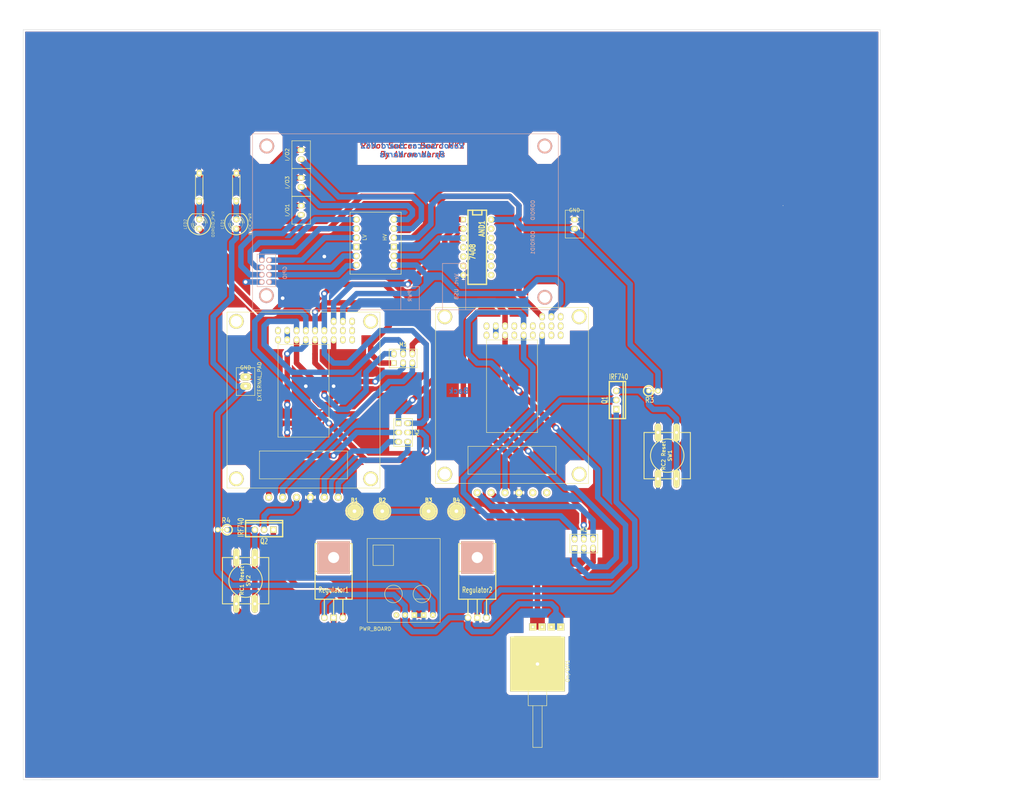
<source format=kicad_pcb>
(kicad_pcb (version 3) (host pcbnew "(2013-07-07 BZR 4022)-stable")
  (title_block (title "Robot Soccer Power & Control Board") (rev 3.0.3) (company "Norse Engineering") (comment 1 "Robot Soccer 2015") (comment 2 "produced for team Real Tucanos"))
  (layers (15 F.Cu signal) (0 B.Cu signal) (18 B.Paste user hide) (19 F.Paste user hide) (20 B.SilkS user hide) (21 F.SilkS user) (22 B.Mask user hide) (23 F.Mask user hide) (28 Edge.Cuts user))
  (net 0 "")
  (net 1 "12V(1)")
  (net 2 "12V(2)")
  (net 3 5V)
  (net 4 GND)
  (net 5 N-000001)
  (net 6 N-0000010)
  (net 7 N-0000012)
  (net 8 N-0000013)
  (net 9 N-0000014)
  (net 10 N-0000015)
  (net 11 N-0000016)
  (net 12 N-0000017)
  (net 13 N-0000018)
  (net 14 N-0000019)
  (net 15 N-000002)
  (net 16 N-0000020)
  (net 17 N-0000021)
  (net 18 N-0000025)
  (net 19 N-0000026)
  (net 20 N-0000028)
  (net 21 N-0000029)
  (net 22 N-000003)
  (net 23 N-0000030)
  (net 24 N-0000031)
  (net 25 N-0000033)
  (net 26 N-0000034)
  (net 27 N-0000035)
  (net 28 N-0000036)
  (net 29 N-0000037)
  (net 30 N-0000038)
  (net 31 N-0000039)
  (net 32 N-000004)
  (net 33 N-0000040)
  (net 34 N-0000041)
  (net 35 N-0000042)
  (net 36 N-0000043)
  (net 37 N-000005)
  (net 38 N-0000058)
  (net 39 N-000006)
  (net 40 N-0000060)
  (net 41 N-0000064)
  (net 42 N-000007)
  (net 43 N-000008)
  (net 44 N-000009)
  (net 45 "RCin(1)")
  (net 46 "RCin(2)")
  (module ODROID_v3 (layer B.Cu) (at 104.14 59.69 90)
    (fp_text reference ODROID1 (at -6.35 40.64 90) (layer B.SilkS) (effects (justify mirror)))
    (fp_text value ODROID (at 2.54 40.64 90) (layer B.SilkS) (effects (justify mirror)))
    (fp_text user PWR (at -20.955 6.985 270) (layer B.SilkS) (effects (justify mirror)))
    (fp_text user "Vert. USB" (at -18.415 19.685 270) (layer B.SilkS) (effects (justify mirror)))
    (fp_text user GPIO (at -14.605 -27.305 270) (layer B.SilkS) (effects (justify mirror)))
    (pad 7 thru_hole oval (at -17.145 -33.655 90) (size 1.5 1.5) (drill 0.95) (layers *.Cu *.Mask B.SilkS) (net 4 GND) (clearance 0.01))
    (pad 5 thru_hole oval (at -15.145 -33.655 90) (size 1.5 1.5) (drill 0.95) (layers *.Cu *.Mask B.SilkS) (net 34 N-0000041) (clearance 0.01))
    (pad 3 thru_hole oval (at -13.145 -33.655 90) (size 1.5 1.5) (drill 0.95) (layers *.Cu *.Mask B.SilkS) (net 27 N-0000035) (clearance 0.01))
    (pad 1 thru_hole oval (at -11.145 -33.655 90) (size 1.5 1.5) (drill 0.95) (layers *.Cu *.Mask B.SilkS) (net 26 N-0000034) (clearance 0.01))
    (pad 8 thru_hole oval (at -17.145 -31.655 90) (size 1.5 1.5) (drill 0.95) (layers *.Cu *.Mask B.SilkS) (net 28 N-0000036) (clearance 0.01))
    (pad 6 thru_hole oval (at -15.145 -31.655 90) (size 1.5 1.5) (drill 0.95) (layers *.Cu *.Mask B.SilkS) (net 23 N-0000030) (clearance 0.01))
    (pad 4 thru_hole oval (at -13.145 -31.655 90) (size 1.5 1.5) (drill 0.95) (layers *.Cu *.Mask B.SilkS) (net 24 N-0000031) (clearance 0.01))
    (pad 2 thru_hole oval (at -11.145 -31.655 90) (size 1.5 1.5) (drill 0.95) (layers *.Cu *.Mask B.SilkS) (net 25 N-0000033) (clearance 0.01))
    (pad "" thru_hole circle (at -20.865 -32.395 90) (size 4.064 4.064) (drill 3.048) (layers *.Cu *.Mask B.SilkS))
    (pad "" thru_hole circle (at 20.135 -32.295 90) (size 4.064 4.064) (drill 3.048) (layers *.Cu *.Mask B.SilkS) (clearance 1))
    (pad "" thru_hole circle (at 20.135 43.905 90) (size 4.064 4.064) (drill 3.048) (layers *.Cu *.Mask B.SilkS) (clearance 1))
    (pad "" thru_hole circle (at -21.365 43.905 90) (size 4.064 4.064) (drill 3.048) (layers *.Cu *.Mask B.SilkS) (clearance 1))
  )
  (module ROBOCLAW_V2 (layer F.Cu) (at 138.43 109.22 270)
    (fp_text reference RC2 hide)
    (fp_text value ROBOCLAW hide)
    (pad 1 thru_hole oval (at -22.86 -13.97) (size 1.5 2) (drill 0.95) (layers *.Cu *.Mask F.SilkS))
    (pad 22 thru_hole circle (at 25.4 -10.16 270) (size 2 2) (drill 1) (layers *.Cu *.Mask F.SilkS))
    (pad 23 thru_hole circle (at 25.4 -6.35 270) (size 2 2) (drill 1) (layers *.Cu *.Mask F.SilkS))
    (pad 24 thru_hole circle (at 25.4 -2.54 270) (size 2 2) (drill 1) (layers *.Cu *.Mask F.SilkS) (net 4 GND))
    (pad 25 thru_hole circle (at 25.4 1.27 270) (size 2 2) (drill 1) (layers *.Cu *.Mask F.SilkS) (net 46 "RCin(2)"))
    (pad 26 thru_hole circle (at 25.4 5.08 270) (size 2 2) (drill 1) (layers *.Cu *.Mask F.SilkS) (net 32 N-000004))
    (pad 27 thru_hole circle (at 25.4 8.89 270) (size 2 2) (drill 1) (layers *.Cu *.Mask F.SilkS) (net 37 N-000005))
    (pad 2 thru_hole oval (at -20.32 -13.97) (size 1.5 2) (drill 0.95) (layers *.Cu *.Mask F.SilkS))
    (pad 3 thru_hole oval (at -17.78 -13.97) (size 1.5 2) (drill 0.95) (layers *.Cu *.Mask F.SilkS))
    (pad 4 thru_hole oval (at -22.86 -11.43) (size 1.5 2) (drill 0.95) (layers *.Cu *.Mask F.SilkS) (net 40 N-0000060))
    (pad 5 thru_hole oval (at -20.32 -11.43) (size 1.5 2) (drill 0.95) (layers *.Cu *.Mask F.SilkS))
    (pad 6 thru_hole oval (at -17.78 -11.43) (size 1.5 2) (drill 0.95) (layers *.Cu *.Mask F.SilkS))
    (pad 7 thru_hole oval (at -22.86 -8.89) (size 1.5 2) (drill 0.95) (layers *.Cu *.Mask F.SilkS) (net 41 N-0000064))
    (pad 8 thru_hole oval (at -20.32 -8.89) (size 1.5 2) (drill 0.95) (layers *.Cu *.Mask F.SilkS))
    (pad 9 thru_hole oval (at -17.78 -8.89) (size 1.5 2) (drill 0.95) (layers *.Cu *.Mask F.SilkS) (net 4 GND))
    (pad 10 thru_hole oval (at -20.32 -6.35) (size 1.5 2) (drill 0.95) (layers *.Cu *.Mask F.SilkS))
    (pad 11 thru_hole oval (at -17.78 -6.35) (size 1.5 2) (drill 0.95) (layers *.Cu *.Mask F.SilkS))
    (pad 12 thru_hole oval (at -20.32 -3.81) (size 1.5 2) (drill 0.95) (layers *.Cu *.Mask F.SilkS) (net 11 N-0000016))
    (pad 13 thru_hole oval (at -17.78 -3.81) (size 1.5 2) (drill 0.95) (layers *.Cu *.Mask F.SilkS) (net 10 N-0000015))
    (pad 14 thru_hole oval (at -20.32 -1.27) (size 1.5 2) (drill 0.95) (layers *.Cu *.Mask F.SilkS))
    (pad 15 thru_hole oval (at -17.78 -1.27) (size 1.5 2) (drill 0.95) (layers *.Cu *.Mask F.SilkS))
    (pad 16 thru_hole oval (at -20.32 1.27) (size 1.5 2) (drill 0.95) (layers *.Cu *.Mask F.SilkS) (net 14 N-0000019))
    (pad 17 thru_hole oval (at -17.78 1.27) (size 1.5 2) (drill 0.95) (layers *.Cu *.Mask F.SilkS) (net 13 N-0000018))
    (pad 18 thru_hole oval (at -20.32 3.81) (size 1.5 2) (drill 0.95) (layers *.Cu *.Mask F.SilkS) (net 35 N-0000042))
    (pad 19 thru_hole oval (at -17.78 3.81) (size 1.5 2) (drill 0.95) (layers *.Cu *.Mask F.SilkS) (net 35 N-0000042))
    (pad 20 thru_hole oval (at -20.32 6.35) (size 1.5 2) (drill 0.95) (layers *.Cu *.Mask F.SilkS))
    (pad 21 thru_hole oval (at -17.78 6.35) (size 1.5 2) (drill 0.95) (layers *.Cu *.Mask F.SilkS))
    (pad "" thru_hole circle (at -22.86 -19.05 270) (size 4.064 4.064) (drill 3.048) (layers *.Cu *.Mask F.SilkS) (clearance 1))
    (pad "" thru_hole circle (at 20.32 -19.05 270) (size 4.064 4.064) (drill 3.048) (layers *.Cu *.Mask F.SilkS) (clearance 1))
    (pad "" thru_hole circle (at -22.86 17.78 270) (size 4.064 4.064) (drill 3.048) (layers *.Cu *.Mask F.SilkS) (clearance 1))
    (pad "" thru_hole circle (at 20.32 17.78 270) (size 4.064 4.064) (drill 3.048) (layers *.Cu *.Mask F.SilkS) (clearance 1))
  )
  (module ROBOCLAW_V2 (layer F.Cu) (at 81.28 110.49 270)
    (fp_text reference RC1 hide)
    (fp_text value ROBOCLAW hide)
    (pad 1 thru_hole oval (at -22.86 -13.97) (size 1.5 2) (drill 0.95) (layers *.Cu *.Mask F.SilkS))
    (pad 22 thru_hole circle (at 25.4 -10.16 270) (size 2 2) (drill 1) (layers *.Cu *.Mask F.SilkS) (net 22 N-000003))
    (pad 23 thru_hole circle (at 25.4 -6.35 270) (size 2 2) (drill 1) (layers *.Cu *.Mask F.SilkS) (net 15 N-000002))
    (pad 24 thru_hole circle (at 25.4 -2.54 270) (size 2 2) (drill 1) (layers *.Cu *.Mask F.SilkS) (net 4 GND))
    (pad 25 thru_hole circle (at 25.4 1.27 270) (size 2 2) (drill 1) (layers *.Cu *.Mask F.SilkS) (net 45 "RCin(1)"))
    (pad 26 thru_hole circle (at 25.4 5.08 270) (size 2 2) (drill 1) (layers *.Cu *.Mask F.SilkS) (net 7 N-0000012))
    (pad 27 thru_hole circle (at 25.4 8.89 270) (size 2 2) (drill 1) (layers *.Cu *.Mask F.SilkS) (net 5 N-000001))
    (pad 2 thru_hole oval (at -20.32 -13.97) (size 1.5 2) (drill 0.95) (layers *.Cu *.Mask F.SilkS))
    (pad 3 thru_hole oval (at -17.78 -13.97) (size 1.5 2) (drill 0.95) (layers *.Cu *.Mask F.SilkS))
    (pad 4 thru_hole oval (at -22.86 -11.43) (size 1.5 2) (drill 0.95) (layers *.Cu *.Mask F.SilkS) (net 40 N-0000060))
    (pad 5 thru_hole oval (at -20.32 -11.43) (size 1.5 2) (drill 0.95) (layers *.Cu *.Mask F.SilkS))
    (pad 6 thru_hole oval (at -17.78 -11.43) (size 1.5 2) (drill 0.95) (layers *.Cu *.Mask F.SilkS))
    (pad 7 thru_hole oval (at -22.86 -8.89) (size 1.5 2) (drill 0.95) (layers *.Cu *.Mask F.SilkS) (net 38 N-0000058))
    (pad 8 thru_hole oval (at -20.32 -8.89) (size 1.5 2) (drill 0.95) (layers *.Cu *.Mask F.SilkS))
    (pad 9 thru_hole oval (at -17.78 -8.89) (size 1.5 2) (drill 0.95) (layers *.Cu *.Mask F.SilkS) (net 4 GND))
    (pad 10 thru_hole oval (at -20.32 -6.35) (size 1.5 2) (drill 0.95) (layers *.Cu *.Mask F.SilkS) (net 9 N-0000014))
    (pad 11 thru_hole oval (at -17.78 -6.35) (size 1.5 2) (drill 0.95) (layers *.Cu *.Mask F.SilkS) (net 8 N-0000013))
    (pad 12 thru_hole oval (at -20.32 -3.81) (size 1.5 2) (drill 0.95) (layers *.Cu *.Mask F.SilkS) (net 17 N-0000021))
    (pad 13 thru_hole oval (at -17.78 -3.81) (size 1.5 2) (drill 0.95) (layers *.Cu *.Mask F.SilkS) (net 16 N-0000020))
    (pad 14 thru_hole oval (at -20.32 -1.27) (size 1.5 2) (drill 0.95) (layers *.Cu *.Mask F.SilkS) (net 44 N-000009))
    (pad 15 thru_hole oval (at -17.78 -1.27) (size 1.5 2) (drill 0.95) (layers *.Cu *.Mask F.SilkS) (net 12 N-0000017))
    (pad 16 thru_hole oval (at -20.32 1.27) (size 1.5 2) (drill 0.95) (layers *.Cu *.Mask F.SilkS) (net 39 N-000006))
    (pad 17 thru_hole oval (at -17.78 1.27) (size 1.5 2) (drill 0.95) (layers *.Cu *.Mask F.SilkS) (net 42 N-000007))
    (pad 18 thru_hole oval (at -20.32 3.81) (size 1.5 2) (drill 0.95) (layers *.Cu *.Mask F.SilkS) (net 36 N-0000043))
    (pad 19 thru_hole oval (at -17.78 3.81) (size 1.5 2) (drill 0.95) (layers *.Cu *.Mask F.SilkS) (net 36 N-0000043))
    (pad 20 thru_hole oval (at -20.32 6.35) (size 1.5 2) (drill 0.95) (layers *.Cu *.Mask F.SilkS))
    (pad 21 thru_hole oval (at -17.78 6.35) (size 1.5 2) (drill 0.95) (layers *.Cu *.Mask F.SilkS))
    (pad "" thru_hole circle (at -22.86 -19.05 270) (size 4.064 4.064) (drill 3.048) (layers *.Cu *.Mask F.SilkS) (clearance 0.5))
    (pad "" thru_hole circle (at 20.32 -19.05 270) (size 4.064 4.064) (drill 3.048) (layers *.Cu *.Mask F.SilkS) (clearance 1))
    (pad "" thru_hole circle (at -22.86 17.78 270) (size 4.064 4.064) (drill 3.048) (layers *.Cu *.Mask F.SilkS) (clearance 1))
    (pad "" thru_hole circle (at 20.32 17.78 270) (size 4.064 4.064) (drill 3.048) (layers *.Cu *.Mask F.SilkS) (clearance 1))
  )
  (module IO_Foot_Dual (layer F.Cu) (at 66.04 105.41 90)
    (fp_text reference 5v2 hide)
    (fp_text value EXTERNAL_PAD (at 1.27 3.81 90) (layer F.SilkS))
    (fp_text user GND (at 5.08 0 180) (layer F.SilkS))
    (pad 1 thru_hole oval (at 0 0 90) (size 2 3) (drill 0.8128) (layers *.Cu *.Mask F.SilkS) (net 3 5V))
    (pad 2 thru_hole oval (at 2.54 0 90) (size 2 3) (drill 0.8128) (layers *.Cu *.Mask F.SilkS) (net 4 GND))
  )
  (module R3 (layer F.Cu) (at 53.34 50.8 90)
    (fp_text reference R2 hide)
    (fp_text value 150Ohm hide)
    (pad 1 thru_hole oval (at -3.81 0 90) (size 2 1.5) (drill 0.8128) (layers *.Cu *.Mask F.SilkS) (net 29 N-0000037))
    (pad 2 thru_hole oval (at 3.81 0 90) (size 2 1.5) (drill 0.8128) (layers *.Cu *.Mask F.SilkS) (net 4 GND))
  )
  (module R3 (layer F.Cu) (at 63.5 50.8 90)
    (fp_text reference R1 hide)
    (fp_text value 150Ohm hide)
    (pad 1 thru_hole oval (at -3.81 0 90) (size 2 1.5) (drill 0.8128) (layers *.Cu *.Mask F.SilkS) (net 43 N-000008))
    (pad 2 thru_hole oval (at 3.81 0 90) (size 2 1.5) (drill 0.8128) (layers *.Cu *.Mask F.SilkS) (net 4 GND))
  )
  (module PowerBoard (layer F.Cu) (at 119.38 170.18 180)
    (fp_text reference PB1 hide)
    (fp_text value PWR_BOARD (at 17.8 -1.8 180) (layer F.SilkS))
    (pad 1 thru_hole circle (at 2 2 180) (size 1.55 1.55) (drill 0.6) (layers *.Cu *.Mask F.SilkS) (net 3 5V))
    (pad 2 thru_hole rect (at 4.54 2 180) (size 1.55 1.55) (drill 0.6) (layers *.Cu *.Mask F.SilkS) (net 4 GND))
    (pad 3 thru_hole rect (at 7.08 2 180) (size 1.55 1.55) (drill 0.6) (layers *.Cu *.Mask F.SilkS) (net 4 GND))
    (pad 4 thru_hole circle (at 9.62 2 180) (size 1.55 1.55) (drill 0.6) (layers *.Cu *.Mask F.SilkS) (net 31 N-0000039))
    (pad 5 thru_hole circle (at 12 2 180) (size 1.55 1.55) (drill 0.6) (layers *.Cu *.Mask F.SilkS))
  )
  (module Logic_lvl_SparkFun (layer F.Cu) (at 106.68 59.69 270)
    (fp_text reference LLC1 hide)
    (fp_text value LOGIC_LEVEL_CONVERTER hide)
    (fp_text user LV (at 4.95 7.99 270) (layer F.SilkS))
    (fp_text user HV (at 4.89 2.45 270) (layer F.SilkS))
    (pad 1 thru_hole circle (at 0 0 270) (size 1.75 1.75) (drill 1) (layers *.Cu *.Mask F.SilkS) (net 30 N-0000038))
    (pad 2 thru_hole circle (at 2.5 0 270) (size 1.75 1.75) (drill 1) (layers *.Cu *.Mask F.SilkS) (net 33 N-0000040))
    (pad 3 thru_hole circle (at 5 0 270) (size 1.75 1.75) (drill 1) (layers *.Cu *.Mask F.SilkS) (net 3 5V))
    (pad 4 thru_hole rect (at 7.5 0 270) (size 1.75 1.75) (drill 1) (layers *.Cu *.Mask F.SilkS) (net 4 GND))
    (pad 5 thru_hole circle (at 10 0 270) (size 1.75 1.75) (drill 1) (layers *.Cu *.Mask F.SilkS) (net 6 N-0000010))
    (pad 6 thru_hole circle (at 12.5 0 270) (size 1.75 1.75) (drill 1) (layers *.Cu *.Mask F.SilkS) (net 40 N-0000060))
    (pad 7 thru_hole circle (at 0 10.24 270) (size 1.75 1.75) (drill 1) (layers *.Cu *.Mask F.SilkS) (net 27 N-0000035))
    (pad 8 thru_hole circle (at 2.5 10.24 270) (size 1.75 1.75) (drill 1) (layers *.Cu *.Mask F.SilkS) (net 26 N-0000034))
    (pad 9 thru_hole circle (at 5 10.24 270) (size 1.75 1.75) (drill 1) (layers *.Cu *.Mask F.SilkS) (net 25 N-0000033))
    (pad 10 thru_hole rect (at 7.5 10.24 270) (size 1.75 1.75) (drill 1) (layers *.Cu *.Mask F.SilkS) (net 4 GND))
    (pad 11 thru_hole circle (at 10 10.24 270) (size 1.75 1.75) (drill 1) (layers *.Cu *.Mask F.SilkS) (net 24 N-0000031))
    (pad 12 thru_hole circle (at 12.5 10.24 270) (size 1.75 1.75) (drill 1) (layers *.Cu *.Mask F.SilkS) (net 23 N-0000030))
  )
  (module LED5MM (layer F.Cu) (at 63.5 60.96 90)
    (fp_text reference LED1 (at 0 -3.81 90) (layer F.SilkS) (effects (font (size 0.762 0.762) (thickness 0.0889))))
    (fp_text value BUCK_PWR (at 0 3.81 90) (layer F.SilkS) (effects (font (size 0.762 0.762) (thickness 0.0889))))
    (pad 1 thru_hole circle (at -1.27 0 90) (size 1.6764 1.6764) (drill 0.8128) (layers *.Cu *.Mask F.SilkS) (net 3 5V))
    (pad 2 thru_hole circle (at 1.27 0 90) (size 1.6764 1.6764) (drill 0.8128) (layers *.Cu *.Mask F.SilkS) (net 43 N-000008))
  )
  (module LED5MM (layer F.Cu) (at 53.34 60.96 90)
    (fp_text reference LED2 (at 0 -3.81 90) (layer F.SilkS) (effects (font (size 0.762 0.762) (thickness 0.0889))))
    (fp_text value ODROID_PWR (at 0 3.81 90) (layer F.SilkS) (effects (font (size 0.762 0.762) (thickness 0.0889))))
    (pad 1 thru_hole circle (at -1.27 0 90) (size 1.6764 1.6764) (drill 0.8128) (layers *.Cu *.Mask F.SilkS) (net 28 N-0000036))
    (pad 2 thru_hole circle (at 1.27 0 90) (size 1.6764 1.6764) (drill 0.8128) (layers *.Cu *.Mask F.SilkS) (net 29 N-0000037))
  )
  (module IO_Foot_Dual (layer F.Cu) (at 81.28 58.42 90)
    (fp_text reference I/O1 (at 1.27 -3.81 90) (layer F.SilkS))
    (fp_text value PAD hide)
    (pad 1 thru_hole oval (at 0 0 90) (size 1.5 2) (drill 0.95) (layers *.Cu *.Mask F.SilkS) (net 34 N-0000041))
    (pad 2 thru_hole oval (at 2.54 0 90) (size 1.5 2) (drill 0.95) (layers *.Cu *.Mask F.SilkS) (net 4 GND))
  )
  (module IO_Foot_Dual (layer F.Cu) (at 81.28 43.18 90)
    (fp_text reference I/O2 (at 1.27 -3.81 90) (layer F.SilkS))
    (fp_text value EXTERNAL_PAD hide)
    (pad 1 thru_hole oval (at 0 0 90) (size 1.5 2) (drill 0.95) (layers *.Cu *.Mask F.SilkS) (net 33 N-0000040))
    (pad 2 thru_hole oval (at 2.54 0 90) (size 1.5 2) (drill 0.95) (layers *.Cu *.Mask F.SilkS) (net 4 GND))
  )
  (module IO_Foot_Dual (layer F.Cu) (at 81.28 50.8 90)
    (fp_text reference I/O3 (at 1.27 -3.81 90) (layer F.SilkS))
    (fp_text value EXTERNAL_PAD hide)
    (pad 1 thru_hole oval (at 0 0 90) (size 1.5 2) (drill 0.95) (layers *.Cu *.Mask F.SilkS) (net 30 N-0000038))
    (pad 2 thru_hole oval (at 2.54 0 90) (size 1.5 2) (drill 0.95) (layers *.Cu *.Mask F.SilkS) (net 4 GND))
  )
  (module DIP-14__300 (layer F.Cu) (at 129.54 67.31 270)
    (fp_text reference AND1 (at -5.08 -1.27 270) (layer F.SilkS) (effects (font (size 1.524 1.143) (thickness 0.3048))))
    (fp_text value 7408 (at 1.27 1.27 270) (layer F.SilkS) (effects (font (size 1.524 1.143) (thickness 0.3048))))
    (pad 1 thru_hole rect (at -7.62 3.81 270) (size 1.397 1.397) (drill 0.8128) (layers *.Cu *.Mask F.SilkS) (net 41 N-0000064))
    (pad 2 thru_hole circle (at -5.08 3.81 270) (size 1.75 1.75) (drill 0.8128) (layers *.Cu *.Mask F.SilkS) (net 38 N-0000058))
    (pad 3 thru_hole circle (at -2.54 3.81 270) (size 1.75 1.75) (drill 0.8128) (layers *.Cu *.Mask F.SilkS) (net 6 N-0000010))
    (pad 4 thru_hole circle (at 0 3.81 270) (size 1.75 1.75) (drill 0.8128) (layers *.Cu *.Mask F.SilkS))
    (pad 5 thru_hole circle (at 2.54 3.81 270) (size 1.75 1.75) (drill 0.8128) (layers *.Cu *.Mask F.SilkS))
    (pad 6 thru_hole circle (at 5.08 3.81 270) (size 1.75 1.75) (drill 0.8128) (layers *.Cu *.Mask F.SilkS))
    (pad 7 thru_hole circle (at 7.62 3.81 270) (size 1.75 1.75) (drill 0.8128) (layers *.Cu *.Mask F.SilkS) (net 4 GND))
    (pad 8 thru_hole circle (at 7.62 -3.81 270) (size 1.75 1.75) (drill 0.8128) (layers *.Cu *.Mask F.SilkS))
    (pad 9 thru_hole circle (at 5.08 -3.81 270) (size 1.75 1.75) (drill 0.8128) (layers *.Cu *.Mask F.SilkS))
    (pad 10 thru_hole circle (at 2.54 -3.81 270) (size 1.75 1.75) (drill 0.8128) (layers *.Cu *.Mask F.SilkS))
    (pad 11 thru_hole circle (at 0 -3.81 270) (size 1.75 1.75) (drill 0.8128) (layers *.Cu *.Mask F.SilkS))
    (pad 12 thru_hole circle (at -2.54 -3.81 270) (size 1.75 1.75) (drill 0.8128) (layers *.Cu *.Mask F.SilkS))
    (pad 13 thru_hole circle (at -5.08 -3.81 270) (size 1.75 1.75) (drill 0.8128) (layers *.Cu *.Mask F.SilkS))
    (pad 14 thru_hole circle (at -7.62 -3.81 270) (size 1.75 1.75) (drill 0.8128) (layers *.Cu *.Mask F.SilkS) (net 3 5V))
  )
  (module 1pin (layer F.Cu) (at 95.885 139.7)
    (fp_text reference B1 (at 0 -3.048) (layer F.SilkS) (effects (font (size 1.016 1.016) (thickness 0.254))))
    (fp_text value PWR hide)
    (pad 1 thru_hole circle (at 0 0) (size 4.064 4.064) (drill 1) (layers *.Cu *.Mask F.SilkS) (net 4 GND))
  )
  (module 1pin (layer F.Cu) (at 103.505 139.7)
    (fp_text reference B2 (at 0 -3.048) (layer F.SilkS) (effects (font (size 1.016 1.016) (thickness 0.254))))
    (fp_text value PWR hide)
    (pad 1 thru_hole circle (at 0 0) (size 4.064 4.064) (drill 1) (layers *.Cu *.Mask F.SilkS) (net 19 N-0000026))
  )
  (module 1pin (layer F.Cu) (at 116.205 139.7)
    (fp_text reference B3 (at 0 -3.048) (layer F.SilkS) (effects (font (size 1.016 1.016) (thickness 0.254))))
    (fp_text value PWR hide)
    (pad 1 thru_hole circle (at 0 0) (size 4.064 4.064) (drill 1) (layers *.Cu *.Mask F.SilkS) (net 19 N-0000026))
  )
  (module 1pin (layer F.Cu) (at 123.825 139.7)
    (fp_text reference B4 (at 0 -3.048) (layer F.SilkS) (effects (font (size 1.016 1.016) (thickness 0.254))))
    (fp_text value PWR hide)
    (pad 1 thru_hole circle (at 0 0) (size 4.064 4.064) (drill 1) (layers *.Cu *.Mask F.SilkS) (net 18 N-0000025))
  )
  (module Power_Switch_Custom (layer F.Cu) (at 145.415 182.245 270)
    (fp_text reference On/Off1 (at 1.27 -8.89 270) (layer F.SilkS))
    (fp_text value SPST hide)
    (pad 1 thru_hole rect (at -10.795 0.635) (size 2 2) (drill 0.6) (layers *.Cu *.Mask F.SilkS) (net 18 N-0000025) (clearance 0.001))
    (pad 1 thru_hole rect (at -10.795 -1.905) (size 2 2) (drill 0.6) (layers *.Cu *.Mask F.SilkS) (net 18 N-0000025) (clearance 0.001))
    (pad 2 thru_hole rect (at -10.795 -4.445) (size 2 2) (drill 0.6) (layers *.Cu *.Mask F.SilkS) (net 31 N-0000039) (clearance 0.001))
    (pad 2 thru_hole rect (at -10.795 -6.985) (size 2 2) (drill 0.6) (layers *.Cu *.Mask F.SilkS) (net 31 N-0000039) (clearance 0.001))
    (pad "" thru_hole rect (at -0.635 -0.635) (size 15 15) (drill 0.95) (layers *.Cu *.Mask F.SilkS) (clearance 1))
  )
  (module pin_array_3x2 (layer F.Cu) (at 109.22 97.79)
    (fp_text reference M1 (at 0 -3.81) (layer F.SilkS) (effects (font (size 1.016 1.016) (thickness 0.2032))))
    (fp_text value M1 hide)
    (pad 1 thru_hole rect (at -2.54 1.27) (size 1.524 1.524) (drill 1.016) (layers *.Cu *.Mask F.SilkS) (net 17 N-0000021))
    (pad 2 thru_hole oval (at -2.54 -1.27) (size 1.5 2) (drill 0.95) (layers *.Cu *.Mask F.SilkS) (net 16 N-0000020))
    (pad 3 thru_hole oval (at 0 1.27) (size 1.5 2) (drill 0.95) (layers *.Cu *.Mask F.SilkS) (net 42 N-000007))
    (pad 4 thru_hole oval (at 0 -1.27) (size 1.5 2) (drill 0.95) (layers *.Cu *.Mask F.SilkS) (net 39 N-000006))
    (pad 5 thru_hole oval (at 2.54 1.27) (size 1.5 2) (drill 0.95) (layers *.Cu *.Mask F.SilkS) (net 7 N-0000012))
    (pad 6 thru_hole oval (at 2.54 -1.27) (size 1.5 2) (drill 0.95) (layers *.Cu *.Mask F.SilkS) (net 5 N-000001))
  )
  (module pin_array_3x2 (layer F.Cu) (at 109.22 118.11 270)
    (fp_text reference M2 (at 0 -3.81 270) (layer F.SilkS) (effects (font (size 1.016 1.016) (thickness 0.2032))))
    (fp_text value M2 hide)
    (pad 1 thru_hole rect (at -2.54 1.27 270) (size 1.524 1.524) (drill 1.016) (layers *.Cu *.Mask F.SilkS) (net 9 N-0000014))
    (pad 2 thru_hole oval (at -2.54 -1.27 270) (size 1.5 2) (drill 0.95) (layers *.Cu *.Mask F.SilkS) (net 8 N-0000013))
    (pad 3 thru_hole oval (at 0 1.27 270) (size 1.5 2) (drill 0.95) (layers *.Cu *.Mask F.SilkS) (net 12 N-0000017))
    (pad 4 thru_hole oval (at 0 -1.27 270) (size 1.5 2) (drill 0.95) (layers *.Cu *.Mask F.SilkS) (net 44 N-000009))
    (pad 5 thru_hole oval (at 2.54 1.27 270) (size 1.5 2) (drill 0.95) (layers *.Cu *.Mask F.SilkS) (net 15 N-000002))
    (pad 6 thru_hole oval (at 2.54 -1.27 270) (size 1.5 2) (drill 0.95) (layers *.Cu *.Mask F.SilkS) (net 22 N-000003))
  )
  (module pin_array_3x2 (layer F.Cu) (at 158.75 148.59)
    (fp_text reference M3 (at 0 -3.81) (layer F.SilkS) (effects (font (size 1.016 1.016) (thickness 0.2032))))
    (fp_text value M3 hide)
    (pad 1 thru_hole rect (at -2.54 1.27) (size 1.524 1.524) (drill 1.016) (layers *.Cu *.Mask F.SilkS) (net 11 N-0000016))
    (pad 2 thru_hole oval (at -2.54 -1.27) (size 1.5 2) (drill 0.95) (layers *.Cu *.Mask F.SilkS) (net 10 N-0000015))
    (pad 3 thru_hole oval (at 0 1.27) (size 1.5 2) (drill 0.95) (layers *.Cu *.Mask F.SilkS) (net 13 N-0000018))
    (pad 4 thru_hole oval (at 0 -1.27) (size 1.5 2) (drill 0.95) (layers *.Cu *.Mask F.SilkS) (net 14 N-0000019))
    (pad 5 thru_hole oval (at 2.54 1.27) (size 1.5 2) (drill 0.95) (layers *.Cu *.Mask F.SilkS) (net 32 N-000004))
    (pad 6 thru_hole oval (at 2.54 -1.27) (size 1.5 2) (drill 0.95) (layers *.Cu *.Mask F.SilkS) (net 37 N-000005))
  )
  (module IO_Foot_Dual (layer F.Cu) (at 156.21 62.23 90)
    (fp_text reference 5v1 hide)
    (fp_text value EXTERNAL_PAD hide)
    (fp_text user GND (at 5.08 0 180) (layer F.SilkS))
    (pad 1 thru_hole oval (at 0 0 90) (size 1.5 2) (drill 0.95) (layers *.Cu *.Mask F.SilkS) (net 3 5V))
    (pad 2 thru_hole oval (at 2.54 0 90) (size 1.5 2) (drill 0.95) (layers *.Cu *.Mask F.SilkS) (net 4 GND))
  )
  (module Custom_LM7812 (layer F.Cu) (at 90.17 168.91 90)
    (fp_text reference Regulator1 (at 7.62 0 180) (layer F.SilkS) (effects (font (size 1.524 1.016) (thickness 0.2032))))
    (fp_text value V_REG_78XXTO-92 hide)
    (pad "" thru_hole rect (at 16.51 0 90) (size 8.89 8.89) (drill 3.048) (layers *.Cu *.SilkS *.Mask))
    (pad 2 thru_hole circle (at 0 -2.54 90) (size 1.778 1.778) (drill 1.143) (layers *.Cu *.Mask F.SilkS) (net 31 N-0000039))
    (pad 1 thru_hole rect (at 0 0 90) (size 1.778 1.778) (drill 1.143) (layers *.Cu *.Mask F.SilkS) (net 4 GND))
    (pad 3 thru_hole circle (at 0 2.54 90) (size 1.778 1.778) (drill 1.143) (layers *.Cu *.Mask F.SilkS) (net 1 "12V(1)"))
  )
  (module Custom_LM7812 (layer F.Cu) (at 129.54 168.91 90)
    (fp_text reference Regulator2 (at 7.62 0 180) (layer F.SilkS) (effects (font (size 1.524 1.016) (thickness 0.2032))))
    (fp_text value V_REG_78XXTO-92 hide)
    (pad "" thru_hole rect (at 16.51 0 90) (size 8.89 8.89) (drill 3.048) (layers *.Cu *.SilkS *.Mask))
    (pad 2 thru_hole circle (at 0 -2.54 90) (size 1.778 1.778) (drill 1.143) (layers *.Cu *.Mask F.SilkS) (net 31 N-0000039))
    (pad 1 thru_hole rect (at 0 0 90) (size 1.778 1.778) (drill 1.143) (layers *.Cu *.Mask F.SilkS) (net 4 GND) (clearance 0.001))
    (pad 3 thru_hole circle (at 0 2.54 90) (size 1.778 1.778) (drill 1.143) (layers *.Cu *.Mask F.SilkS) (net 2 "12V(2)"))
  )
  (module TO220_VERT (layer F.Cu) (at 167.64 109.22)
    (fp_text reference Q1 (at -3.175 0 90) (layer F.SilkS) (effects (font (size 1.524 1.016) (thickness 0.2032))))
    (fp_text value IRF740 (at 0.635 -6.35) (layer F.SilkS) (effects (font (size 1.524 1.016) (thickness 0.2032))))
    (pad 2 thru_hole circle (at 0 -2.54) (size 1.778 1.778) (drill 1.016) (layers *.Cu *.Mask F.SilkS) (net 21 N-0000029))
    (pad 3 thru_hole circle (at 0 0) (size 1.778 1.778) (drill 1.016) (layers *.Cu *.Mask F.SilkS) (net 46 "RCin(2)"))
    (pad 1 thru_hole rect (at 0 2.54) (size 1.778 1.778) (drill 1.016) (layers *.Cu *.Mask F.SilkS) (net 2 "12V(2)"))
  )
  (module TO220_VERT (layer F.Cu) (at 71.12 144.78 90)
    (fp_text reference Q2 (at -3.175 0 180) (layer F.SilkS) (effects (font (size 1.524 1.016) (thickness 0.2032))))
    (fp_text value IRF740 (at 0.635 -6.35 90) (layer F.SilkS) (effects (font (size 1.524 1.016) (thickness 0.2032))))
    (pad 2 thru_hole circle (at 0 -2.54 90) (size 1.778 1.778) (drill 1.016) (layers *.Cu *.Mask F.SilkS) (net 20 N-0000028))
    (pad 3 thru_hole circle (at 0 0 90) (size 1.778 1.778) (drill 1.016) (layers *.Cu *.Mask F.SilkS) (net 45 "RCin(1)"))
    (pad 1 thru_hole rect (at 0 2.54 90) (size 1.778 1.778) (drill 1.016) (layers *.Cu *.Mask F.SilkS) (net 1 "12V(1)"))
  )
  (module R1 (layer F.Cu) (at 59.69 144.78 180)
    (fp_text reference R4 (at -1.016 2.54 180) (layer F.SilkS) (effects (font (size 1.397 1.27) (thickness 0.2032))))
    (fp_text value "470 Ohm" hide)
    (pad 1 thru_hole circle (at -1.27 0 180) (size 1.397 1.397) (drill 0.8128) (layers *.Cu *.Mask F.SilkS) (net 20 N-0000028))
    (pad 2 thru_hole circle (at 1.27 0 180) (size 1.397 1.397) (drill 0.8128) (layers *.Cu *.Mask F.SilkS) (net 3 5V))
  )
  (module R1 (layer F.Cu) (at 177.8 106.68)
    (fp_text reference R3 (at -1.016 2.54) (layer F.SilkS) (effects (font (size 1.397 1.27) (thickness 0.2032))))
    (fp_text value "470 Ohm" hide)
    (pad 1 thru_hole circle (at -1.27 0) (size 1.397 1.397) (drill 0.8128) (layers *.Cu *.Mask F.SilkS) (net 21 N-0000029))
    (pad 2 thru_hole circle (at 1.27 0) (size 1.397 1.397) (drill 0.8128) (layers *.Cu *.Mask F.SilkS) (net 3 5V))
  )
  (module SW_PUSH-12mm (layer F.Cu) (at 66.04 158.75 270)
    (fp_text reference SW2 (at 0 -0.762 270) (layer F.SilkS) (effects (font (size 1.016 1.016) (thickness 0.2032))))
    (fp_text value "RC1 Reset" (at 0 1.016 270) (layer F.SilkS) (effects (font (size 1.016 1.016) (thickness 0.2032))))
    (pad 1 thru_hole oval (at 6.35 -2.54 270) (size 5 1.7272) (drill 0.8128) (layers *.Cu *.Mask F.SilkS) (net 20 N-0000028))
    (pad 2 thru_hole oval (at 6.35 2.54 270) (size 5 1.7272) (drill 0.8128) (layers *.Cu *.Mask F.SilkS) (net 4 GND))
    (pad 1 thru_hole oval (at -6.35 -2.54 270) (size 5 1.7272) (drill 0.8128) (layers *.Cu *.Mask F.SilkS) (net 20 N-0000028))
    (pad 2 thru_hole oval (at -6.35 2.54 270) (size 5 1.7272) (drill 0.8128) (layers *.Cu *.Mask F.SilkS) (net 4 GND))
  )
  (module SW_PUSH-12mm (layer F.Cu) (at 181.61 124.46 270)
    (fp_text reference SW1 (at 0 -0.762 270) (layer F.SilkS) (effects (font (size 1.016 1.016) (thickness 0.2032))))
    (fp_text value "RC2 Reset" (at 0 1.016 270) (layer F.SilkS) (effects (font (size 1.016 1.016) (thickness 0.2032))))
    (pad 1 thru_hole oval (at 6.35 -2.54 270) (size 5 1.7272) (drill 0.8128) (layers *.Cu *.Mask F.SilkS) (net 21 N-0000029))
    (pad 2 thru_hole oval (at 6.35 2.54 270) (size 5 1.7272) (drill 0.8128) (layers *.Cu *.Mask F.SilkS) (net 4 GND))
    (pad 1 thru_hole oval (at -6.35 -2.54 270) (size 5 1.7272) (drill 0.8128) (layers *.Cu *.Mask F.SilkS) (net 21 N-0000029))
    (pad 2 thru_hole oval (at -6.35 2.54 270) (size 5 1.7272) (drill 0.8128) (layers *.Cu *.Mask F.SilkS) (net 4 GND))
  )
  (gr_text "Robot Soccer Board MK2\nBy Aaron Norris" (at 111.76 40.64) (layer F.Cu) (effects (font (size 1.5 1.5) (thickness 0.3) italic)))
  (gr_text "Robot Soccer Board MK2\nBy Aaron Norris" (at 111.76 40.64) (layer B.Cu) (effects (font (size 1.5 1.5) (thickness 0.3) italic) (justify mirror)))
  (gr_line (start 5.08 213.36) (end 12.7 213.36) (angle 90) (layer Edge.Cuts) (width 0.1))
  (gr_line (start 5.08 7.62) (end 5.08 213.36) (angle 90) (layer Edge.Cuts) (width 0.1))
  (gr_line (start 240.03 7.62) (end 5.08 7.62) (angle 90) (layer Edge.Cuts) (width 0.1))
  (gr_line (start 240.03 213.36) (end 240.03 7.62) (angle 90) (layer Edge.Cuts) (width 0.1))
  (gr_line (start 213.36 213.36) (end 240.03 213.36) (angle 90) (layer Edge.Cuts) (width 0.1))
  (gr_line (start 213.36 213.36) (end 10.16 213.36) (angle 90) (layer Edge.Cuts) (width 0.1))
  (gr_text Front (at 119.38 116.205) (layer F.Cu) (effects (font (size 1.5 1.5) (thickness 0.3))))
  (gr_text Back (at 124.46 106.68) (layer B.Cu) (effects (font (size 1.5 1.5) (thickness 0.3)) (justify mirror)))
  (target plus (at 114.3 60.96) (size 0.005) (width 0.1) (layer Edge.Cuts))
  (target plus (at 213.36 55.88) (size 0.005) (width 0.1) (layer Edge.Cuts))
  (segment (start 92.71 168.91) (end 92.71 163.83) (width 1.5) (layer F.Cu) (net 1))
  (segment (start 73.66 153.67) (end 73.66 144.78) (width 1.5) (layer F.Cu) (net 1))
  (segment (start 80.01 160.02) (end 73.66 153.67) (width 1.5) (layer F.Cu) (net 1))
  (segment (start 88.9 160.02) (end 80.01 160.02) (width 1.5) (layer F.Cu) (net 1))
  (segment (start 92.71 163.83) (end 88.9 160.02) (width 1.5) (layer F.Cu) (net 1))
  (segment (start 132.08 168.91) (end 132.08 165.1) (width 1.5) (layer B.Cu) (net 2))
  (segment (start 167.64 137.16) (end 167.64 111.76) (width 1.5) (layer B.Cu) (net 2))
  (segment (start 172.72 142.24) (end 167.64 137.16) (width 1.5) (layer B.Cu) (net 2))
  (segment (start 172.72 154.94) (end 172.72 142.24) (width 1.5) (layer B.Cu) (net 2))
  (segment (start 166.37 161.29) (end 172.72 154.94) (width 1.5) (layer B.Cu) (net 2))
  (segment (start 135.89 161.29) (end 166.37 161.29) (width 1.5) (layer B.Cu) (net 2))
  (segment (start 132.08 165.1) (end 135.89 161.29) (width 1.5) (layer B.Cu) (net 2))
  (segment (start 62.23 77.47) (end 62.23 81.28) (width 1.5) (layer B.Cu) (net 3))
  (segment (start 63.5 105.41) (end 66.04 105.41) (width 1.5) (layer B.Cu) (net 3))
  (segment (start 57.15 99.06) (end 63.5 105.41) (width 1.5) (layer B.Cu) (net 3))
  (segment (start 57.15 86.36) (end 57.15 99.06) (width 1.5) (layer B.Cu) (net 3))
  (segment (start 62.23 81.28) (end 57.15 86.36) (width 1.5) (layer B.Cu) (net 3))
  (segment (start 58.42 144.78) (end 58.42 156.21) (width 1.5) (layer B.Cu) (net 3))
  (segment (start 117.38 164.37) (end 117.38 168.18) (width 1.5) (layer B.Cu) (net 3))
  (segment (start 113.03 160.02) (end 117.38 164.37) (width 1.5) (layer B.Cu) (net 3))
  (segment (start 62.23 160.02) (end 113.03 160.02) (width 1.5) (layer B.Cu) (net 3))
  (segment (start 58.42 156.21) (end 62.23 160.02) (width 1.5) (layer B.Cu) (net 3))
  (segment (start 58.42 144.78) (end 58.42 113.03) (width 1.5) (layer B.Cu) (net 3))
  (segment (start 58.42 113.03) (end 66.04 105.41) (width 1.5) (layer B.Cu) (net 3))
  (segment (start 63.5 62.23) (end 63.5 64.77) (width 1.5) (layer B.Cu) (net 3))
  (segment (start 62.23 66.04) (end 62.23 77.47) (width 1.5) (layer B.Cu) (net 3))
  (segment (start 63.5 64.77) (end 62.23 66.04) (width 1.5) (layer B.Cu) (net 3))
  (segment (start 106.68 64.69) (end 111.68 64.69) (width 1.5) (layer F.Cu) (net 3))
  (segment (start 88.9 62.23) (end 63.5 62.23) (width 1.5) (layer F.Cu) (net 3))
  (segment (start 97.79 53.34) (end 88.9 62.23) (width 1.5) (layer F.Cu) (net 3))
  (segment (start 113.03 53.34) (end 97.79 53.34) (width 1.5) (layer F.Cu) (net 3))
  (segment (start 115.41 55.72) (end 113.03 53.34) (width 1.5) (layer F.Cu) (net 3))
  (segment (start 115.41 60.96) (end 115.41 55.72) (width 1.5) (layer F.Cu) (net 3))
  (segment (start 111.68 64.69) (end 115.41 60.96) (width 1.5) (layer F.Cu) (net 3))
  (segment (start 133.35 59.69) (end 139.7 59.69) (width 1.5) (layer B.Cu) (net 3))
  (segment (start 139.7 59.69) (end 140.97 60.96) (width 1.5) (layer B.Cu) (net 3))
  (segment (start 142.24 62.23) (end 156.21 62.23) (width 1.5) (layer B.Cu) (net 3))
  (segment (start 140.97 60.96) (end 142.24 62.23) (width 1.5) (layer B.Cu) (net 3))
  (segment (start 106.68 64.69) (end 113.11 64.69) (width 1.5) (layer B.Cu) (net 3))
  (segment (start 140.97 58.42) (end 139.7 59.69) (width 1.5) (layer B.Cu) (net 3))
  (segment (start 140.97 55.88) (end 140.97 58.42) (width 1.5) (layer B.Cu) (net 3))
  (segment (start 138.43 53.34) (end 140.97 55.88) (width 1.5) (layer B.Cu) (net 3))
  (segment (start 119.38 53.34) (end 138.43 53.34) (width 1.5) (layer B.Cu) (net 3))
  (segment (start 116.84 55.88) (end 119.38 53.34) (width 1.5) (layer B.Cu) (net 3))
  (segment (start 116.84 60.96) (end 116.84 55.88) (width 1.5) (layer B.Cu) (net 3))
  (segment (start 113.11 64.69) (end 116.84 60.96) (width 1.5) (layer B.Cu) (net 3))
  (segment (start 179.07 106.68) (end 179.07 101.6) (width 1.5) (layer B.Cu) (net 3))
  (segment (start 171.45 77.47) (end 156.21 62.23) (width 1.5) (layer B.Cu) (net 3))
  (segment (start 171.45 93.98) (end 171.45 77.47) (width 1.5) (layer B.Cu) (net 3))
  (segment (start 179.07 101.6) (end 171.45 93.98) (width 1.5) (layer B.Cu) (net 3))
  (segment (start 70.485 76.835) (end 66.04 76.835) (width 1.5) (layer B.Cu) (net 4))
  (segment (start 63.5 74.295) (end 63.5 72.39) (width 1.5) (layer F.Cu) (net 4))
  (segment (start 66.04 76.835) (end 63.5 74.295) (width 1.5) (layer F.Cu) (net 4))
  (via (at 66.04 76.835) (size 1.75) (layers F.Cu B.Cu) (net 4))
  (segment (start 106.68 67.19) (end 112.91 67.19) (width 1.5) (layer B.Cu) (net 4))
  (segment (start 112.91 67.19) (end 113.03 67.31) (width 1.5) (layer B.Cu) (net 4))
  (segment (start 90.17 92.71) (end 90.17 105.41) (width 1.5) (layer F.Cu) (net 4))
  (segment (start 68.58 102.87) (end 66.04 102.87) (width 1.5) (layer F.Cu) (net 4))
  (segment (start 69.85 104.14) (end 68.58 102.87) (width 1.5) (layer F.Cu) (net 4))
  (segment (start 69.85 107.95) (end 69.85 104.14) (width 1.5) (layer F.Cu) (net 4))
  (segment (start 74.93 113.03) (end 69.85 107.95) (width 1.5) (layer F.Cu) (net 4))
  (segment (start 80.01 113.03) (end 74.93 113.03) (width 1.5) (layer F.Cu) (net 4))
  (segment (start 81.28 111.76) (end 80.01 113.03) (width 1.5) (layer F.Cu) (net 4))
  (segment (start 81.28 106.68) (end 81.28 111.76) (width 1.5) (layer F.Cu) (net 4))
  (segment (start 82.55 105.41) (end 81.28 106.68) (width 1.5) (layer F.Cu) (net 4))
  (via (at 82.55 105.41) (size 1.75) (layers F.Cu B.Cu) (net 4))
  (segment (start 90.17 105.41) (end 82.55 105.41) (width 1.5) (layer B.Cu) (net 4))
  (via (at 90.17 105.41) (size 1.75) (layers F.Cu B.Cu) (net 4))
  (segment (start 96.44 67.19) (end 90.29 67.19) (width 1.5) (layer B.Cu) (net 4))
  (via (at 87.63 69.85) (size 1.75) (layers F.Cu B.Cu) (net 4))
  (segment (start 90.29 67.19) (end 87.63 69.85) (width 1.5) (layer B.Cu) (net 4))
  (segment (start 96.44 67.19) (end 106.68 67.19) (width 1.5) (layer B.Cu) (net 4))
  (segment (start 112.3 168.18) (end 114.84 168.18) (width 1.5) (layer F.Cu) (net 4))
  (segment (start 114.84 168.18) (end 112.3 165.64) (width 1.5) (layer F.Cu) (net 4))
  (segment (start 129.54 168.91) (end 129.54 166.37) (width 1.5) (layer F.Cu) (net 4))
  (segment (start 129.54 166.37) (end 124.46 161.29) (width 1.5) (layer F.Cu) (net 4))
  (segment (start 124.46 161.29) (end 114.3 161.29) (width 1.5) (layer F.Cu) (net 4))
  (segment (start 114.3 161.29) (end 112.3 163.29) (width 1.5) (layer F.Cu) (net 4))
  (segment (start 112.3 163.29) (end 112.3 165.64) (width 1.5) (layer F.Cu) (net 4))
  (segment (start 112.3 165.64) (end 112.3 168.18) (width 1.5) (layer F.Cu) (net 4))
  (segment (start 147.32 91.44) (end 147.32 97.79) (width 1.5) (layer B.Cu) (net 4))
  (segment (start 63.5 165.1) (end 63.5 166.37) (width 1.5) (layer F.Cu) (net 4))
  (segment (start 90.17 171.45) (end 90.17 168.91) (width 1.5) (layer F.Cu) (net 4))
  (segment (start 88.9 172.72) (end 90.17 171.45) (width 1.5) (layer F.Cu) (net 4))
  (segment (start 69.85 172.72) (end 88.9 172.72) (width 1.5) (layer F.Cu) (net 4))
  (segment (start 63.5 166.37) (end 69.85 172.72) (width 1.5) (layer F.Cu) (net 4))
  (segment (start 63.5 152.4) (end 63.5 165.1) (width 1.5) (layer F.Cu) (net 4))
  (segment (start 71.12 46.99) (end 76.2 52.07) (width 1.5) (layer F.Cu) (net 4))
  (segment (start 77.47 55.88) (end 81.28 55.88) (width 1.5) (layer F.Cu) (net 4))
  (segment (start 76.2 54.61) (end 77.47 55.88) (width 1.5) (layer F.Cu) (net 4))
  (segment (start 76.2 52.07) (end 76.2 54.61) (width 1.5) (layer F.Cu) (net 4))
  (segment (start 71.12 46.99) (end 76.2 46.99) (width 1.5) (layer F.Cu) (net 4))
  (segment (start 77.47 48.26) (end 81.28 48.26) (width 1.5) (layer F.Cu) (net 4))
  (segment (start 76.2 46.99) (end 77.47 48.26) (width 1.5) (layer F.Cu) (net 4))
  (segment (start 63.5 46.99) (end 71.12 46.99) (width 1.5) (layer F.Cu) (net 4))
  (segment (start 77.47 40.64) (end 81.28 40.64) (width 1.5) (layer F.Cu) (net 4))
  (segment (start 76.2 41.91) (end 77.47 40.64) (width 1.5) (layer F.Cu) (net 4))
  (segment (start 71.12 46.99) (end 76.2 41.91) (width 1.5) (layer F.Cu) (net 4))
  (segment (start 58.42 52.07) (end 63.5 46.99) (width 1.5) (layer F.Cu) (net 4))
  (segment (start 58.42 52.07) (end 53.34 46.99) (width 1.5) (layer F.Cu) (net 4))
  (segment (start 58.42 62.23) (end 58.42 52.07) (width 1.5) (layer F.Cu) (net 4))
  (segment (start 63.5 67.31) (end 58.42 62.23) (width 1.5) (layer F.Cu) (net 4))
  (segment (start 63.5 72.39) (end 63.5 67.31) (width 1.5) (layer F.Cu) (net 4))
  (segment (start 88.9 113.03) (end 87.63 113.03) (width 1.5) (layer F.Cu) (net 5))
  (segment (start 85.09 115.57) (end 76.2 115.57) (width 1.5) (layer F.Cu) (net 5))
  (segment (start 87.63 113.03) (end 85.09 115.57) (width 1.5) (layer F.Cu) (net 5))
  (segment (start 72.39 135.89) (end 72.39 119.38) (width 1.5) (layer F.Cu) (net 5))
  (segment (start 72.39 119.38) (end 76.2 115.57) (width 1.5) (layer F.Cu) (net 5))
  (segment (start 96.52 113.03) (end 101.6 107.95) (width 1.5) (layer F.Cu) (net 5))
  (segment (start 88.9 113.03) (end 96.52 113.03) (width 1.5) (layer F.Cu) (net 5))
  (segment (start 115.57 97.79) (end 115.57 93.98) (width 1.5) (layer F.Cu) (net 5))
  (segment (start 111.76 93.98) (end 111.76 96.52) (width 1.5) (layer F.Cu) (net 5))
  (segment (start 113.03 92.71) (end 111.76 93.98) (width 1.5) (layer F.Cu) (net 5))
  (segment (start 114.3 92.71) (end 113.03 92.71) (width 1.5) (layer F.Cu) (net 5))
  (segment (start 115.57 93.98) (end 114.3 92.71) (width 1.5) (layer F.Cu) (net 5))
  (segment (start 115.57 101.6) (end 115.57 97.79) (width 1.5) (layer F.Cu) (net 5))
  (segment (start 109.22 107.95) (end 115.57 101.6) (width 1.5) (layer F.Cu) (net 5))
  (segment (start 101.6 107.95) (end 109.22 107.95) (width 1.5) (layer F.Cu) (net 5))
  (segment (start 106.68 69.69) (end 114.14 69.69) (width 1.5) (layer B.Cu) (net 6))
  (segment (start 119.06 64.77) (end 125.73 64.77) (width 1.5) (layer B.Cu) (net 6))
  (segment (start 114.14 69.69) (end 119.06 64.77) (width 1.5) (layer B.Cu) (net 6))
  (segment (start 76.2 135.89) (end 76.2 133.35) (width 1.5) (layer B.Cu) (net 7))
  (segment (start 111.76 101.6) (end 111.76 99.06) (width 1.5) (layer B.Cu) (net 7))
  (segment (start 109.22 104.14) (end 111.76 101.6) (width 1.5) (layer B.Cu) (net 7))
  (segment (start 105.41 104.14) (end 109.22 104.14) (width 1.5) (layer B.Cu) (net 7))
  (segment (start 76.2 133.35) (end 105.41 104.14) (width 1.5) (layer B.Cu) (net 7))
  (segment (start 109.22 90.17) (end 111.76 90.17) (width 1.5) (layer B.Cu) (net 8))
  (segment (start 87.63 96.52) (end 90.17 99.06) (width 1.5) (layer B.Cu) (net 8))
  (segment (start 90.17 99.06) (end 93.98 99.06) (width 1.5) (layer B.Cu) (net 8))
  (segment (start 93.98 99.06) (end 102.87 90.17) (width 1.5) (layer B.Cu) (net 8))
  (segment (start 102.87 90.17) (end 109.22 90.17) (width 1.5) (layer B.Cu) (net 8))
  (segment (start 87.63 92.71) (end 87.63 96.52) (width 1.5) (layer B.Cu) (net 8))
  (segment (start 114.3 115.57) (end 110.49 115.57) (width 1.5) (layer B.Cu) (net 8))
  (segment (start 115.57 114.3) (end 114.3 115.57) (width 1.5) (layer B.Cu) (net 8))
  (segment (start 115.57 93.98) (end 115.57 114.3) (width 1.5) (layer B.Cu) (net 8))
  (segment (start 111.76 90.17) (end 115.57 93.98) (width 1.5) (layer B.Cu) (net 8))
  (segment (start 87.63 90.17) (end 87.63 80.01) (width 1.5) (layer B.Cu) (net 9))
  (segment (start 107.95 113.03) (end 107.95 115.57) (width 1.5) (layer B.Cu) (net 9))
  (segment (start 111.76 109.22) (end 107.95 113.03) (width 1.5) (layer B.Cu) (net 9))
  (via (at 111.76 109.22) (size 1.75) (layers F.Cu B.Cu) (net 9))
  (segment (start 118.11 102.87) (end 111.76 109.22) (width 1.5) (layer F.Cu) (net 9))
  (segment (start 118.11 91.44) (end 118.11 102.87) (width 1.5) (layer F.Cu) (net 9))
  (segment (start 104.14 77.47) (end 118.11 91.44) (width 1.5) (layer F.Cu) (net 9))
  (segment (start 90.17 77.47) (end 104.14 77.47) (width 1.5) (layer F.Cu) (net 9))
  (segment (start 87.63 80.01) (end 90.17 77.47) (width 1.5) (layer F.Cu) (net 9))
  (via (at 87.63 80.01) (size 1.75) (layers F.Cu B.Cu) (net 9))
  (segment (start 156.21 147.32) (end 156.21 144.78) (width 1.5) (layer B.Cu) (net 10))
  (segment (start 142.24 97.79) (end 142.24 91.44) (width 1.5) (layer B.Cu) (net 10))
  (segment (start 144.78 100.33) (end 142.24 97.79) (width 1.5) (layer B.Cu) (net 10))
  (segment (start 144.78 111.76) (end 144.78 100.33) (width 1.5) (layer B.Cu) (net 10))
  (segment (start 125.73 130.81) (end 144.78 111.76) (width 1.5) (layer B.Cu) (net 10))
  (segment (start 125.73 134.62) (end 125.73 130.81) (width 1.5) (layer B.Cu) (net 10))
  (segment (start 132.08 140.97) (end 125.73 134.62) (width 1.5) (layer B.Cu) (net 10))
  (segment (start 152.4 140.97) (end 132.08 140.97) (width 1.5) (layer B.Cu) (net 10))
  (segment (start 156.21 144.78) (end 152.4 140.97) (width 1.5) (layer B.Cu) (net 10))
  (segment (start 156.21 149.86) (end 156.21 152.4) (width 1.5) (layer B.Cu) (net 11))
  (segment (start 142.24 86.36) (end 142.24 88.9) (width 1.5) (layer B.Cu) (net 11))
  (segment (start 140.97 85.09) (end 142.24 86.36) (width 1.5) (layer B.Cu) (net 11))
  (segment (start 129.54 85.09) (end 140.97 85.09) (width 1.5) (layer B.Cu) (net 11))
  (segment (start 127 87.63) (end 129.54 85.09) (width 1.5) (layer B.Cu) (net 11))
  (segment (start 127 96.52) (end 127 87.63) (width 1.5) (layer B.Cu) (net 11))
  (segment (start 129.54 99.06) (end 127 96.52) (width 1.5) (layer B.Cu) (net 11))
  (segment (start 133.35 99.06) (end 129.54 99.06) (width 1.5) (layer B.Cu) (net 11))
  (segment (start 140.97 106.68) (end 133.35 99.06) (width 1.5) (layer B.Cu) (net 11))
  (via (at 140.97 106.68) (size 1.75) (layers F.Cu B.Cu) (net 11))
  (segment (start 151.13 116.84) (end 140.97 106.68) (width 1.5) (layer F.Cu) (net 11))
  (via (at 151.13 116.84) (size 1.75) (layers F.Cu B.Cu) (net 11))
  (segment (start 162.56 128.27) (end 151.13 116.84) (width 1.5) (layer B.Cu) (net 11))
  (segment (start 162.56 135.89) (end 162.56 128.27) (width 1.5) (layer B.Cu) (net 11))
  (segment (start 170.18 143.51) (end 162.56 135.89) (width 1.5) (layer B.Cu) (net 11))
  (segment (start 170.18 153.67) (end 170.18 143.51) (width 1.5) (layer B.Cu) (net 11))
  (segment (start 166.37 157.48) (end 170.18 153.67) (width 1.5) (layer B.Cu) (net 11))
  (segment (start 165.1 157.48) (end 166.37 157.48) (width 1.5) (layer B.Cu) (net 11))
  (segment (start 160.02 157.48) (end 165.1 157.48) (width 1.5) (layer B.Cu) (net 11))
  (segment (start 156.21 153.67) (end 160.02 157.48) (width 1.5) (layer B.Cu) (net 11))
  (segment (start 156.21 152.4) (end 156.21 153.67) (width 1.5) (layer B.Cu) (net 11))
  (segment (start 107.95 118.11) (end 96.52 118.11) (width 1.5) (layer B.Cu) (net 12))
  (segment (start 82.55 93.98) (end 82.55 92.71) (width 1.5) (layer B.Cu) (net 12))
  (segment (start 81.28 95.25) (end 82.55 93.98) (width 1.5) (layer B.Cu) (net 12))
  (segment (start 78.74 95.25) (end 81.28 95.25) (width 1.5) (layer B.Cu) (net 12))
  (segment (start 77.47 96.52) (end 78.74 95.25) (width 1.5) (layer B.Cu) (net 12))
  (via (at 77.47 96.52) (size 1.75) (layers F.Cu B.Cu) (net 12))
  (segment (start 77.47 110.49) (end 77.47 96.52) (width 1.5) (layer F.Cu) (net 12))
  (via (at 77.47 110.49) (size 1.75) (layers F.Cu B.Cu) (net 12))
  (segment (start 77.47 118.11) (end 77.47 110.49) (width 1.5) (layer B.Cu) (net 12))
  (via (at 77.47 118.11) (size 1.75) (layers F.Cu B.Cu) (net 12))
  (segment (start 77.47 120.65) (end 77.47 118.11) (width 1.5) (layer F.Cu) (net 12))
  (segment (start 81.28 124.46) (end 77.47 120.65) (width 1.5) (layer F.Cu) (net 12))
  (segment (start 90.17 124.46) (end 81.28 124.46) (width 1.5) (layer F.Cu) (net 12))
  (via (at 90.17 124.46) (size 1.75) (layers F.Cu B.Cu) (net 12))
  (segment (start 96.52 118.11) (end 90.17 124.46) (width 1.5) (layer B.Cu) (net 12))
  (segment (start 158.75 149.86) (end 158.75 152.4) (width 1.5) (layer B.Cu) (net 13))
  (segment (start 137.16 116.84) (end 137.16 91.44) (width 1.5) (layer F.Cu) (net 13))
  (segment (start 143.51 123.19) (end 137.16 116.84) (width 1.5) (layer F.Cu) (net 13))
  (via (at 143.51 123.19) (size 1.75) (layers F.Cu B.Cu) (net 13))
  (segment (start 153.67 133.35) (end 143.51 123.19) (width 1.5) (layer B.Cu) (net 13))
  (segment (start 156.21 133.35) (end 153.67 133.35) (width 1.5) (layer B.Cu) (net 13))
  (segment (start 167.64 144.78) (end 156.21 133.35) (width 1.5) (layer B.Cu) (net 13))
  (segment (start 167.64 152.4) (end 167.64 144.78) (width 1.5) (layer B.Cu) (net 13))
  (segment (start 165.1 154.94) (end 167.64 152.4) (width 1.5) (layer B.Cu) (net 13))
  (segment (start 161.29 154.94) (end 165.1 154.94) (width 1.5) (layer B.Cu) (net 13))
  (segment (start 158.75 152.4) (end 161.29 154.94) (width 1.5) (layer B.Cu) (net 13))
  (segment (start 137.16 88.9) (end 137.16 85.09) (width 1.5) (layer F.Cu) (net 14))
  (segment (start 158.75 143.51) (end 158.75 147.32) (width 1.5) (layer B.Cu) (net 14))
  (via (at 158.75 143.51) (size 1.75) (layers F.Cu B.Cu) (net 14))
  (segment (start 158.75 139.7) (end 158.75 143.51) (width 1.5) (layer F.Cu) (net 14))
  (segment (start 149.86 130.81) (end 158.75 139.7) (width 1.5) (layer F.Cu) (net 14))
  (segment (start 144.78 130.81) (end 149.86 130.81) (width 1.5) (layer F.Cu) (net 14))
  (segment (start 125.73 111.76) (end 144.78 130.81) (width 1.5) (layer F.Cu) (net 14))
  (segment (start 125.73 86.36) (end 125.73 111.76) (width 1.5) (layer F.Cu) (net 14))
  (segment (start 129.54 82.55) (end 125.73 86.36) (width 1.5) (layer F.Cu) (net 14))
  (segment (start 134.62 82.55) (end 129.54 82.55) (width 1.5) (layer F.Cu) (net 14))
  (segment (start 137.16 85.09) (end 134.62 82.55) (width 1.5) (layer F.Cu) (net 14))
  (segment (start 87.63 135.89) (end 87.63 130.81) (width 1.5) (layer B.Cu) (net 15))
  (segment (start 105.41 120.65) (end 107.95 120.65) (width 1.5) (layer B.Cu) (net 15))
  (segment (start 102.87 123.19) (end 105.41 120.65) (width 1.5) (layer B.Cu) (net 15))
  (segment (start 95.25 123.19) (end 102.87 123.19) (width 1.5) (layer B.Cu) (net 15))
  (segment (start 87.63 130.81) (end 95.25 123.19) (width 1.5) (layer B.Cu) (net 15))
  (segment (start 87.63 101.6) (end 85.09 99.06) (width 1.5) (layer F.Cu) (net 16))
  (segment (start 85.09 99.06) (end 85.09 92.71) (width 1.5) (layer F.Cu) (net 16))
  (segment (start 85.09 97.79) (end 85.09 96.52) (width 1.5) (layer F.Cu) (net 16))
  (segment (start 87.63 107.95) (end 87.63 101.6) (width 1.5) (layer F.Cu) (net 16))
  (segment (start 85.09 97.79) (end 85.09 99.06) (width 1.5) (layer F.Cu) (net 16))
  (segment (start 85.09 99.06) (end 85.09 96.52) (width 1.5) (layer F.Cu) (net 16))
  (segment (start 87.63 107.95) (end 91.44 111.76) (width 1.5) (layer B.Cu) (net 16))
  (segment (start 93.98 111.76) (end 99.06 106.68) (width 1.5) (layer B.Cu) (net 16))
  (segment (start 91.44 111.76) (end 93.98 111.76) (width 1.5) (layer B.Cu) (net 16))
  (segment (start 101.6 99.06) (end 99.06 101.6) (width 1.5) (layer B.Cu) (net 16))
  (segment (start 99.06 101.6) (end 99.06 106.68) (width 1.5) (layer B.Cu) (net 16))
  (segment (start 106.68 96.52) (end 104.14 96.52) (width 1.5) (layer B.Cu) (net 16))
  (segment (start 104.14 96.52) (end 101.6 99.06) (width 1.5) (layer B.Cu) (net 16))
  (segment (start 85.09 96.52) (end 85.09 92.71) (width 1.5) (layer F.Cu) (net 16))
  (via (at 87.63 107.95) (size 1.75) (layers F.Cu B.Cu) (net 16))
  (segment (start 106.68 99.06) (end 102.87 99.06) (width 1.5) (layer F.Cu) (net 17))
  (segment (start 85.09 85.09) (end 85.09 90.17) (width 1.5) (layer B.Cu) (net 17))
  (via (at 85.09 85.09) (size 1.75) (layers F.Cu B.Cu) (net 17))
  (segment (start 87.63 82.55) (end 85.09 85.09) (width 1.5) (layer F.Cu) (net 17))
  (segment (start 102.87 82.55) (end 87.63 82.55) (width 1.5) (layer F.Cu) (net 17))
  (segment (start 105.41 85.09) (end 102.87 82.55) (width 1.5) (layer F.Cu) (net 17))
  (segment (start 105.41 88.9) (end 105.41 85.09) (width 1.5) (layer F.Cu) (net 17))
  (segment (start 100.33 93.98) (end 105.41 88.9) (width 1.5) (layer F.Cu) (net 17))
  (segment (start 100.33 96.52) (end 100.33 93.98) (width 1.5) (layer F.Cu) (net 17))
  (segment (start 102.87 99.06) (end 100.33 96.52) (width 1.5) (layer F.Cu) (net 17))
  (segment (start 147.32 168.91) (end 146.05 168.91) (width 1.5) (layer F.Cu) (net 18))
  (segment (start 146.05 168.91) (end 145.415 169.545) (width 1.5) (layer F.Cu) (net 18))
  (segment (start 145.415 168.275) (end 145.415 169.545) (width 1.5) (layer F.Cu) (net 18))
  (segment (start 145.415 169.545) (end 146.05 170.18) (width 1.5) (layer F.Cu) (net 18))
  (segment (start 144.78 171.45) (end 147.32 171.45) (width 1.5) (layer F.Cu) (net 18))
  (segment (start 146.05 167.64) (end 147.32 168.91) (width 1.5) (layer F.Cu) (net 18))
  (segment (start 147.32 168.91) (end 147.32 171.45) (width 1.5) (layer F.Cu) (net 18))
  (segment (start 123.825 139.7) (end 130.81 139.7) (width 1.5) (layer F.Cu) (net 18))
  (segment (start 144.78 168.91) (end 144.78 171.45) (width 1.5) (layer F.Cu) (net 18))
  (segment (start 146.05 167.64) (end 145.415 168.275) (width 1.5) (layer F.Cu) (net 18))
  (segment (start 145.415 168.275) (end 144.78 168.91) (width 1.5) (layer F.Cu) (net 18))
  (segment (start 146.05 154.94) (end 146.05 167.64) (width 1.5) (layer F.Cu) (net 18))
  (segment (start 130.81 139.7) (end 146.05 154.94) (width 1.5) (layer F.Cu) (net 18))
  (segment (start 103.505 139.7) (end 116.205 139.7) (width 1.5) (layer B.Cu) (net 19))
  (segment (start 68.58 165.1) (end 68.58 152.4) (width 1.5) (layer F.Cu) (net 20))
  (segment (start 68.58 152.4) (end 68.58 144.78) (width 1.5) (layer B.Cu) (net 20))
  (segment (start 68.58 144.78) (end 60.96 144.78) (width 1.5) (layer B.Cu) (net 20))
  (segment (start 173.99 106.68) (end 176.53 109.22) (width 1.5) (layer B.Cu) (net 21))
  (segment (start 176.53 106.68) (end 173.99 106.68) (width 1.5) (layer B.Cu) (net 21))
  (segment (start 173.99 106.68) (end 167.64 106.68) (width 1.5) (layer B.Cu) (net 21))
  (segment (start 176.53 106.68) (end 176.53 109.22) (width 1.5) (layer B.Cu) (net 21))
  (segment (start 176.53 109.22) (end 176.53 110.49) (width 1.5) (layer B.Cu) (net 21))
  (segment (start 176.53 110.49) (end 177.8 111.76) (width 1.5) (layer B.Cu) (net 21))
  (segment (start 177.8 111.76) (end 181.61 111.76) (width 1.5) (layer B.Cu) (net 21))
  (segment (start 181.61 111.76) (end 184.15 114.3) (width 1.5) (layer B.Cu) (net 21))
  (segment (start 184.15 114.3) (end 184.15 118.11) (width 1.5) (layer B.Cu) (net 21))
  (segment (start 184.15 118.11) (end 184.15 130.81) (width 1.5) (layer B.Cu) (net 21))
  (segment (start 91.44 135.89) (end 91.44 132.08) (width 1.5) (layer B.Cu) (net 22))
  (segment (start 110.49 123.19) (end 110.49 120.65) (width 1.5) (layer B.Cu) (net 22))
  (segment (start 107.95 125.73) (end 110.49 123.19) (width 1.5) (layer B.Cu) (net 22))
  (segment (start 97.79 125.73) (end 107.95 125.73) (width 1.5) (layer B.Cu) (net 22))
  (segment (start 91.44 132.08) (end 97.79 125.73) (width 1.5) (layer B.Cu) (net 22))
  (segment (start 72.485 74.835) (end 91.345 74.835) (width 1.5) (layer B.Cu) (net 23))
  (segment (start 96.24 72.39) (end 96.44 72.19) (width 1.5) (layer B.Cu) (net 23))
  (segment (start 93.79 72.39) (end 96.24 72.39) (width 1.5) (layer B.Cu) (net 23))
  (segment (start 91.345 74.835) (end 93.79 72.39) (width 1.5) (layer B.Cu) (net 23))
  (segment (start 72.485 72.835) (end 89.725 72.835) (width 1.5) (layer B.Cu) (net 24))
  (segment (start 92.87 69.69) (end 96.44 69.69) (width 1.5) (layer B.Cu) (net 24))
  (segment (start 89.725 72.835) (end 92.87 69.69) (width 1.5) (layer B.Cu) (net 24))
  (segment (start 72.485 70.835) (end 81.565 70.835) (width 1.5) (layer B.Cu) (net 25))
  (segment (start 87.71 64.69) (end 96.44 64.69) (width 1.5) (layer B.Cu) (net 25))
  (segment (start 81.565 70.835) (end 87.71 64.69) (width 1.5) (layer B.Cu) (net 25))
  (segment (start 70.485 70.835) (end 70.485 69.215) (width 1.5) (layer B.Cu) (net 26))
  (segment (start 86.4 62.19) (end 96.44 62.19) (width 1.5) (layer B.Cu) (net 26))
  (segment (start 80.01 68.58) (end 86.4 62.19) (width 1.5) (layer B.Cu) (net 26))
  (segment (start 71.12 68.58) (end 80.01 68.58) (width 1.5) (layer B.Cu) (net 26))
  (segment (start 70.485 69.215) (end 71.12 68.58) (width 1.5) (layer B.Cu) (net 26))
  (segment (start 96.44 59.69) (end 85.09 59.69) (width 1.5) (layer B.Cu) (net 27))
  (segment (start 69.025 72.835) (end 70.485 72.835) (width 1.5) (layer B.Cu) (net 27))
  (segment (start 67.31 71.12) (end 69.025 72.835) (width 1.5) (layer B.Cu) (net 27))
  (segment (start 67.31 68.58) (end 67.31 71.12) (width 1.5) (layer B.Cu) (net 27))
  (segment (start 69.85 66.04) (end 67.31 68.58) (width 1.5) (layer B.Cu) (net 27))
  (segment (start 78.74 66.04) (end 69.85 66.04) (width 1.5) (layer B.Cu) (net 27))
  (segment (start 85.09 59.69) (end 78.74 66.04) (width 1.5) (layer B.Cu) (net 27))
  (segment (start 72.485 76.835) (end 74.295 76.835) (width 1.5) (layer B.Cu) (net 28))
  (via (at 76.2 81.28) (size 1.75) (layers F.Cu B.Cu) (net 28))
  (segment (start 76.2 78.74) (end 76.2 81.28) (width 1.5) (layer B.Cu) (net 28))
  (segment (start 74.295 76.835) (end 76.2 78.74) (width 1.5) (layer B.Cu) (net 28))
  (segment (start 60.96 69.85) (end 53.34 62.23) (width 1.5) (layer F.Cu) (net 28))
  (segment (start 60.96 76.2) (end 60.96 69.85) (width 1.5) (layer F.Cu) (net 28))
  (segment (start 69.85 85.09) (end 60.96 76.2) (width 1.5) (layer F.Cu) (net 28))
  (segment (start 73.66 85.09) (end 69.85 85.09) (width 1.5) (layer F.Cu) (net 28))
  (segment (start 76.2 82.55) (end 73.66 85.09) (width 1.5) (layer F.Cu) (net 28))
  (segment (start 76.2 81.28) (end 76.2 82.55) (width 1.5) (layer F.Cu) (net 28))
  (segment (start 53.34 59.69) (end 53.34 54.61) (width 1.5) (layer B.Cu) (net 29))
  (segment (start 81.28 50.8) (end 86.36 55.88) (width 1.5) (layer B.Cu) (net 30))
  (segment (start 110.49 59.69) (end 106.68 59.69) (width 1.5) (layer B.Cu) (net 30))
  (segment (start 111.76 58.42) (end 110.49 59.69) (width 1.5) (layer B.Cu) (net 30))
  (segment (start 111.76 57.15) (end 111.76 58.42) (width 1.5) (layer B.Cu) (net 30))
  (segment (start 110.49 55.88) (end 111.76 57.15) (width 1.5) (layer B.Cu) (net 30))
  (segment (start 86.36 55.88) (end 110.49 55.88) (width 1.5) (layer B.Cu) (net 30))
  (segment (start 149.86 171.45) (end 152.4 171.45) (width 1.5) (layer B.Cu) (net 31))
  (segment (start 149.86 168.91) (end 152.4 168.91) (width 1.5) (layer B.Cu) (net 31))
  (segment (start 149.86 170.18) (end 152.4 170.18) (width 1.5) (layer B.Cu) (net 31))
  (segment (start 151.13 167.64) (end 152.4 168.91) (width 1.5) (layer B.Cu) (net 31))
  (segment (start 152.4 168.91) (end 152.4 170.18) (width 1.5) (layer B.Cu) (net 31))
  (segment (start 152.4 170.18) (end 152.4 171.45) (width 1.5) (layer B.Cu) (net 31))
  (segment (start 127 168.91) (end 127 171.45) (width 1.5) (layer B.Cu) (net 31))
  (segment (start 149.86 168.91) (end 149.86 170.18) (width 1.5) (layer B.Cu) (net 31))
  (segment (start 149.86 170.18) (end 149.86 171.45) (width 1.5) (layer B.Cu) (net 31))
  (segment (start 151.13 167.64) (end 149.86 168.91) (width 1.5) (layer B.Cu) (net 31))
  (segment (start 151.13 166.37) (end 151.13 167.64) (width 1.5) (layer B.Cu) (net 31))
  (segment (start 149.86 165.1) (end 151.13 166.37) (width 1.5) (layer B.Cu) (net 31))
  (segment (start 140.97 165.1) (end 149.86 165.1) (width 1.5) (layer B.Cu) (net 31))
  (segment (start 133.35 172.72) (end 140.97 165.1) (width 1.5) (layer B.Cu) (net 31))
  (segment (start 128.27 172.72) (end 133.35 172.72) (width 1.5) (layer B.Cu) (net 31))
  (segment (start 127 171.45) (end 128.27 172.72) (width 1.5) (layer B.Cu) (net 31))
  (segment (start 127 168.91) (end 121.92 168.91) (width 1.5) (layer B.Cu) (net 31))
  (segment (start 109.76 170.72) (end 109.76 168.18) (width 1.5) (layer B.Cu) (net 31))
  (segment (start 111.76 172.72) (end 109.76 170.72) (width 1.5) (layer B.Cu) (net 31))
  (segment (start 118.11 172.72) (end 111.76 172.72) (width 1.5) (layer B.Cu) (net 31))
  (segment (start 121.92 168.91) (end 118.11 172.72) (width 1.5) (layer B.Cu) (net 31))
  (segment (start 87.63 168.91) (end 87.63 165.1) (width 1.5) (layer B.Cu) (net 31))
  (segment (start 109.76 165.64) (end 109.76 168.18) (width 1.5) (layer B.Cu) (net 31))
  (segment (start 106.68 162.56) (end 109.76 165.64) (width 1.5) (layer B.Cu) (net 31))
  (segment (start 90.17 162.56) (end 106.68 162.56) (width 1.5) (layer B.Cu) (net 31))
  (segment (start 87.63 165.1) (end 90.17 162.56) (width 1.5) (layer B.Cu) (net 31))
  (segment (start 161.29 149.86) (end 161.29 153.67) (width 1.5) (layer F.Cu) (net 32))
  (segment (start 154.94 156.21) (end 133.35 134.62) (width 1.5) (layer F.Cu) (net 32))
  (segment (start 158.75 156.21) (end 154.94 156.21) (width 1.5) (layer F.Cu) (net 32))
  (segment (start 161.29 153.67) (end 158.75 156.21) (width 1.5) (layer F.Cu) (net 32))
  (segment (start 81.28 43.18) (end 91.6 53.5) (width 1.5) (layer B.Cu) (net 33))
  (segment (start 106.68 62.19) (end 111.72 62.19) (width 1.5) (layer B.Cu) (net 33))
  (segment (start 111.76 53.5) (end 91.6 53.5) (width 1.5) (layer B.Cu) (net 33))
  (segment (start 114.22 55.96) (end 111.76 53.5) (width 1.5) (layer B.Cu) (net 33))
  (segment (start 114.22 59.69) (end 114.22 55.96) (width 1.5) (layer B.Cu) (net 33))
  (segment (start 111.72 62.19) (end 114.22 59.69) (width 1.5) (layer B.Cu) (net 33))
  (segment (start 70.485 74.835) (end 67.215 74.835) (width 1.5) (layer B.Cu) (net 34))
  (segment (start 76.2 63.5) (end 81.28 58.42) (width 1.5) (layer B.Cu) (net 34))
  (segment (start 68.58 63.5) (end 76.2 63.5) (width 1.5) (layer B.Cu) (net 34))
  (segment (start 64.77 67.31) (end 68.58 63.5) (width 1.5) (layer B.Cu) (net 34))
  (segment (start 64.77 72.39) (end 64.77 67.31) (width 1.5) (layer B.Cu) (net 34))
  (segment (start 67.215 74.835) (end 64.77 72.39) (width 1.5) (layer B.Cu) (net 34))
  (segment (start 134.62 88.9) (end 134.62 91.44) (width 1.5) (layer B.Cu) (net 35))
  (segment (start 77.47 92.71) (end 77.47 90.17) (width 1.5) (layer B.Cu) (net 36))
  (segment (start 161.29 147.32) (end 161.29 142.24) (width 1.5) (layer B.Cu) (net 37))
  (segment (start 133.35 138.43) (end 129.54 134.62) (width 1.5) (layer B.Cu) (net 37))
  (segment (start 157.48 138.43) (end 133.35 138.43) (width 1.5) (layer B.Cu) (net 37))
  (segment (start 161.29 142.24) (end 157.48 138.43) (width 1.5) (layer B.Cu) (net 37))
  (segment (start 90.17 87.63) (end 90.17 82.55) (width 1.5) (layer B.Cu) (net 38))
  (segment (start 123.19 62.23) (end 125.73 62.23) (width 1.5) (layer F.Cu) (net 38))
  (segment (start 120.65 64.77) (end 123.19 62.23) (width 1.5) (layer F.Cu) (net 38))
  (segment (start 120.65 67.31) (end 120.65 64.77) (width 1.5) (layer F.Cu) (net 38))
  (segment (start 110.49 77.47) (end 120.65 67.31) (width 1.5) (layer F.Cu) (net 38))
  (via (at 110.49 77.47) (size 1.75) (layers F.Cu B.Cu) (net 38))
  (segment (start 95.25 77.47) (end 110.49 77.47) (width 1.5) (layer B.Cu) (net 38))
  (segment (start 90.17 82.55) (end 95.25 77.47) (width 1.5) (layer B.Cu) (net 38))
  (segment (start 76.2 99.06) (end 77.47 100.33) (width 1.5) (layer B.Cu) (net 39))
  (segment (start 95.25 101.6) (end 104.14 92.71) (width 1.5) (layer B.Cu) (net 39))
  (segment (start 78.74 101.6) (end 95.25 101.6) (width 1.5) (layer B.Cu) (net 39))
  (segment (start 77.47 100.33) (end 78.74 101.6) (width 1.5) (layer B.Cu) (net 39))
  (segment (start 104.14 92.71) (end 107.95 92.71) (width 1.5) (layer B.Cu) (net 39))
  (segment (start 107.95 92.71) (end 109.22 93.98) (width 1.5) (layer B.Cu) (net 39))
  (segment (start 109.22 93.98) (end 109.22 96.52) (width 1.5) (layer B.Cu) (net 39))
  (segment (start 72.39 87.63) (end 71.12 88.9) (width 1.5) (layer B.Cu) (net 39))
  (segment (start 80.01 90.17) (end 80.01 87.63) (width 1.5) (layer B.Cu) (net 39))
  (segment (start 109.22 93.98) (end 109.22 96.52) (width 1.5) (layer B.Cu) (net 39))
  (segment (start 107.95 92.71) (end 109.22 93.98) (width 1.5) (layer B.Cu) (net 39))
  (segment (start 104.14 92.71) (end 107.95 92.71) (width 1.5) (layer B.Cu) (net 39))
  (segment (start 71.12 93.98) (end 76.2 99.06) (width 1.5) (layer B.Cu) (net 39))
  (segment (start 71.12 88.9) (end 71.12 93.98) (width 1.5) (layer B.Cu) (net 39))
  (segment (start 78.74 87.63) (end 72.39 87.63) (width 1.5) (layer B.Cu) (net 39))
  (segment (start 80.01 87.63) (end 78.74 87.63) (width 1.5) (layer B.Cu) (net 39))
  (segment (start 117.475 75.565) (end 120.015 75.565) (width 1.5) (layer B.Cu) (net 40))
  (segment (start 120.015 75.565) (end 120.65 76.2) (width 1.5) (layer B.Cu) (net 40))
  (segment (start 115.57 77.47) (end 117.475 75.565) (width 1.5) (layer B.Cu) (net 40))
  (segment (start 117.475 75.565) (end 118.11 74.93) (width 1.5) (layer B.Cu) (net 40))
  (segment (start 112.83 72.19) (end 115.57 74.93) (width 1.5) (layer B.Cu) (net 40))
  (segment (start 115.57 74.93) (end 118.11 74.93) (width 1.5) (layer B.Cu) (net 40))
  (segment (start 118.11 74.93) (end 119.38 74.93) (width 1.5) (layer B.Cu) (net 40))
  (segment (start 119.38 74.93) (end 120.65 76.2) (width 1.5) (layer B.Cu) (net 40))
  (segment (start 120.65 76.2) (end 124.46 80.01) (width 1.5) (layer B.Cu) (net 40))
  (segment (start 149.86 85.09) (end 149.86 86.36) (width 1.5) (layer B.Cu) (net 40))
  (segment (start 152.4 82.55) (end 149.86 85.09) (width 1.5) (layer B.Cu) (net 40))
  (segment (start 152.4 77.47) (end 152.4 82.55) (width 1.5) (layer B.Cu) (net 40))
  (segment (start 151.13 76.2) (end 152.4 77.47) (width 1.5) (layer B.Cu) (net 40))
  (segment (start 146.05 76.2) (end 151.13 76.2) (width 1.5) (layer B.Cu) (net 40))
  (segment (start 142.24 80.01) (end 146.05 76.2) (width 1.5) (layer B.Cu) (net 40))
  (segment (start 124.46 80.01) (end 142.24 80.01) (width 1.5) (layer B.Cu) (net 40))
  (segment (start 92.71 87.63) (end 92.71 83.82) (width 1.5) (layer B.Cu) (net 40))
  (segment (start 112.83 72.19) (end 106.68 72.19) (width 1.5) (layer B.Cu) (net 40))
  (segment (start 115.57 77.47) (end 115.57 74.93) (width 1.5) (layer B.Cu) (net 40))
  (segment (start 113.03 80.01) (end 115.57 77.47) (width 1.5) (layer B.Cu) (net 40))
  (segment (start 96.52 80.01) (end 113.03 80.01) (width 1.5) (layer B.Cu) (net 40))
  (segment (start 92.71 83.82) (end 96.52 80.01) (width 1.5) (layer B.Cu) (net 40))
  (segment (start 125.73 59.69) (end 121.92 59.69) (width 1.5) (layer F.Cu) (net 41))
  (segment (start 140.97 80.01) (end 147.32 86.36) (width 1.5) (layer F.Cu) (net 41))
  (segment (start 140.97 55.88) (end 140.97 80.01) (width 1.5) (layer F.Cu) (net 41))
  (segment (start 138.43 53.34) (end 140.97 55.88) (width 1.5) (layer F.Cu) (net 41))
  (segment (start 120.65 53.34) (end 138.43 53.34) (width 1.5) (layer F.Cu) (net 41))
  (segment (start 119.38 54.61) (end 120.65 53.34) (width 1.5) (layer F.Cu) (net 41))
  (segment (start 119.38 57.15) (end 119.38 54.61) (width 1.5) (layer F.Cu) (net 41))
  (segment (start 121.92 59.69) (end 119.38 57.15) (width 1.5) (layer F.Cu) (net 41))
  (segment (start 80.01 92.71) (end 80.01 99.06) (width 1.5) (layer F.Cu) (net 42))
  (segment (start 86.36 110.49) (end 87.63 110.49) (width 1.5) (layer F.Cu) (net 42))
  (segment (start 85.09 109.22) (end 86.36 110.49) (width 1.5) (layer F.Cu) (net 42))
  (segment (start 85.09 104.14) (end 85.09 109.22) (width 1.5) (layer F.Cu) (net 42))
  (segment (start 80.01 99.06) (end 85.09 104.14) (width 1.5) (layer F.Cu) (net 42))
  (segment (start 109.22 100.33) (end 109.22 99.06) (width 1.5) (layer B.Cu) (net 42))
  (segment (start 107.95 101.6) (end 109.22 100.33) (width 1.5) (layer B.Cu) (net 42))
  (segment (start 104.14 101.6) (end 107.95 101.6) (width 1.5) (layer B.Cu) (net 42))
  (segment (start 101.6 104.14) (end 104.14 101.6) (width 1.5) (layer B.Cu) (net 42))
  (via (at 101.6 104.14) (size 1.75) (layers F.Cu B.Cu) (net 42))
  (segment (start 96.52 104.14) (end 101.6 104.14) (width 1.5) (layer F.Cu) (net 42))
  (segment (start 90.17 110.49) (end 96.52 104.14) (width 1.5) (layer F.Cu) (net 42))
  (segment (start 87.63 110.49) (end 90.17 110.49) (width 1.5) (layer F.Cu) (net 42))
  (segment (start 63.5 59.69) (end 63.5 54.61) (width 1.5) (layer B.Cu) (net 43))
  (segment (start 82.55 90.17) (end 82.55 86.36) (width 1.5) (layer B.Cu) (net 44))
  (segment (start 114.3 118.11) (end 110.49 118.11) (width 1.5) (layer B.Cu) (net 44))
  (segment (start 115.57 119.38) (end 114.3 118.11) (width 1.5) (layer B.Cu) (net 44))
  (segment (start 115.57 123.19) (end 115.57 119.38) (width 1.5) (layer B.Cu) (net 44))
  (via (at 115.57 123.19) (size 1.75) (layers F.Cu B.Cu) (net 44))
  (segment (start 113.03 125.73) (end 115.57 123.19) (width 1.5) (layer F.Cu) (net 44))
  (segment (start 99.06 125.73) (end 113.03 125.73) (width 1.5) (layer F.Cu) (net 44))
  (segment (start 88.9 115.57) (end 99.06 125.73) (width 1.5) (layer F.Cu) (net 44))
  (via (at 88.9 115.57) (size 1.75) (layers F.Cu B.Cu) (net 44))
  (segment (start 68.58 95.25) (end 88.9 115.57) (width 1.5) (layer B.Cu) (net 44))
  (segment (start 68.58 87.63) (end 68.58 95.25) (width 1.5) (layer B.Cu) (net 44))
  (segment (start 71.12 85.09) (end 68.58 87.63) (width 1.5) (layer B.Cu) (net 44))
  (segment (start 81.28 85.09) (end 71.12 85.09) (width 1.5) (layer B.Cu) (net 44))
  (segment (start 82.55 86.36) (end 81.28 85.09) (width 1.5) (layer B.Cu) (net 44))
  (segment (start 71.12 144.78) (end 71.12 140.97) (width 1.5) (layer B.Cu) (net 45))
  (segment (start 80.01 138.43) (end 80.01 135.89) (width 1.5) (layer B.Cu) (net 45))
  (segment (start 78.74 139.7) (end 80.01 138.43) (width 1.5) (layer B.Cu) (net 45))
  (segment (start 72.39 139.7) (end 78.74 139.7) (width 1.5) (layer B.Cu) (net 45))
  (segment (start 71.12 140.97) (end 72.39 139.7) (width 1.5) (layer B.Cu) (net 45))
  (segment (start 137.16 134.62) (end 137.16 124.46) (width 1.5) (layer B.Cu) (net 46))
  (segment (start 152.4 109.22) (end 167.64 109.22) (width 1.5) (layer B.Cu) (net 46))
  (segment (start 137.16 124.46) (end 152.4 109.22) (width 1.5) (layer B.Cu) (net 46))
  (zone (net 4) (net_name GND) (layer B.Cu) (connect_pads (clearance 0.508)) (min_thickness 0.254) (fill (arc_segments 16) (thermal_gap 0.508) (thermal_bridge_width 1) (smoothing chamfer))
    (polygon (pts (xy 0.254 -0.254) (xy 278.384 -0.508) (xy 279.4 216.916) (xy -1.27 216.916) (xy 0.508 -0.254)))
  )
  (zone (net 4) (net_name GND) (layer F.Cu) (connect_pads (clearance 0.508)) (min_thickness 0.254) (fill (arc_segments 16) (thermal_gap 0.508) (thermal_bridge_width 1) (smoothing chamfer))
    (polygon (pts (xy 279.4 216.916) (xy -1.27 216.916) (xy 0.508 -0.254) (xy 278.384 -0.508) (xy 279.4 216.916)))
  )
  (zone (net 0) (net_name "") (layer B.Cu) (connect_pads (clearance 0.508)) (min_thickness 0.254)
    (keepout (tracks allowed) (vias allowed) (copperpour not_allowed))
    (fill (arc_segments 16) (thermal_gap 0.508) (thermal_bridge_width 0.508))
    (polygon (pts (xy 104.14 90.17) (xy 102.87 91.44) (xy 97.79 91.44) (xy 97.79 95.25) (xy 72.39 95.25) (xy 72.39 87.63) (xy 87.63 87.63) (xy 87.63 85.09) (xy 96.52 85.09) (xy 97.79 83.82) (xy 102.87 83.82) (xy 104.14 85.09) (xy 104.14 90.17)))
  )
  (zone (net 0) (net_name "") (layer F.Cu) (connect_pads (clearance 0.508)) (min_thickness 0.254)
    (keepout (tracks allowed) (vias allowed) (copperpour not_allowed))
    (fill (arc_segments 16) (thermal_gap 0.508) (thermal_bridge_width 0.508))
    (polygon (pts (xy 104.14 90.17) (xy 102.87 91.44) (xy 97.79 91.44) (xy 97.79 95.25) (xy 72.39 95.25) (xy 72.39 87.63) (xy 73.66 87.63) (xy 87.63 87.63) (xy 87.63 85.09) (xy 96.52 85.09) (xy 97.79 83.82) (xy 102.87 83.82) (xy 104.14 85.09) (xy 104.14 90.17)))
  )
  (zone (net 0) (net_name "") (layer B.Cu) (connect_pads (clearance 0.508)) (min_thickness 0.254)
    (keepout (tracks allowed) (vias allowed) (copperpour not_allowed))
    (fill (arc_segments 16) (thermal_gap 0.508) (thermal_bridge_width 0.508))
    (polygon (pts (xy 124.46 88.9) (xy 123.19 90.17) (xy 118.11 90.17) (xy 116.84 88.9) (xy 116.84 83.82) (xy 118.11 82.55) (xy 123.19 82.55) (xy 124.46 83.82)))
  )
  (zone (net 0) (net_name "") (layer F.Cu) (connect_pads (clearance 0.508)) (min_thickness 0.254)
    (keepout (tracks allowed) (vias allowed) (copperpour not_allowed))
    (fill (arc_segments 16) (thermal_gap 0.508) (thermal_bridge_width 0.508))
    (polygon (pts (xy 124.46 88.9) (xy 123.19 90.17) (xy 118.11 90.17) (xy 116.84 88.9) (xy 116.84 83.82) (xy 118.11 82.55) (xy 123.19 82.55) (xy 124.46 83.82)))
  )
  (zone (net 0) (net_name "") (layer B.Cu) (connect_pads (clearance 0.508)) (min_thickness 0.254)
    (keepout (tracks allowed) (vias allowed) (copperpour not_allowed))
    (fill (arc_segments 16) (thermal_gap 0.508) (thermal_bridge_width 0.508))
    (polygon (pts (xy 161.29 88.9) (xy 160.02 90.17) (xy 154.94 90.17) (xy 154.94 93.98) (xy 129.54 93.98) (xy 129.54 92.71) (xy 129.54 91.44) (xy 129.54 86.36) (xy 143.51 86.36) (xy 143.51 83.82) (xy 144.78 83.82) (xy 143.51 82.55) (xy 143.51 80.01) (xy 144.78 77.47) (xy 151.13 77.47) (xy 152.4 78.74) (xy 152.4 83.82) (xy 153.67 83.82) (xy 154.94 82.55) (xy 160.02 82.55) (xy 161.29 83.82) (xy 161.29 88.9)))
  )
  (zone (net 0) (net_name "") (layer F.Cu) (connect_pads (clearance 0.508)) (min_thickness 0.254)
    (keepout (tracks allowed) (vias allowed) (copperpour not_allowed))
    (fill (arc_segments 16) (thermal_gap 0.508) (thermal_bridge_width 0.508))
    (polygon (pts (xy 161.29 88.9) (xy 160.02 90.17) (xy 154.94 90.17) (xy 154.94 93.98) (xy 129.54 93.98) (xy 129.54 86.36) (xy 143.51 86.36) (xy 143.51 83.82) (xy 144.78 83.82) (xy 143.51 82.55) (xy 143.51 80.01) (xy 144.78 77.47) (xy 151.13 77.47) (xy 152.4 78.74) (xy 152.4 83.82) (xy 153.67 83.82) (xy 154.94 82.55) (xy 160.02 82.55) (xy 161.29 83.82) (xy 161.29 88.9)))
  )
  (zone (net 0) (net_name "") (layer B.Cu) (connect_pads (clearance 0.508)) (min_thickness 0.254)
    (keepout (tracks allowed) (vias allowed) (copperpour not_allowed))
    (fill (arc_segments 16) (thermal_gap 0.508) (thermal_bridge_width 0.508))
    (polygon (pts (xy 161.29 132.08) (xy 160.02 133.35) (xy 154.94 133.35) (xy 153.67 132.08) (xy 153.67 127) (xy 154.94 125.73) (xy 160.02 125.73) (xy 161.29 127)))
  )
  (zone (net 0) (net_name "") (layer F.Cu) (connect_pads (clearance 0.508)) (min_thickness 0.254)
    (keepout (tracks allowed) (vias allowed) (copperpour not_allowed))
    (fill (arc_segments 16) (thermal_gap 0.508) (thermal_bridge_width 0.508))
    (polygon (pts (xy 161.29 132.08) (xy 160.02 133.35) (xy 154.94 133.35) (xy 153.67 132.08) (xy 153.67 127) (xy 154.94 125.73) (xy 160.02 125.73) (xy 161.29 127)))
  )
  (zone (net 0) (net_name "") (layer B.Cu) (connect_pads (clearance 0.508)) (min_thickness 0.254)
    (keepout (tracks allowed) (vias allowed) (copperpour not_allowed))
    (fill (arc_segments 16) (thermal_gap 0.508) (thermal_bridge_width 0.508))
    (polygon (pts (xy 124.46 132.08) (xy 123.19 133.35) (xy 118.11 133.35) (xy 116.84 132.08) (xy 116.84 127) (xy 118.11 125.73) (xy 123.19 125.73) (xy 124.46 127)))
  )
  (zone (net 0) (net_name "") (layer F.Cu) (connect_pads (clearance 0.508)) (min_thickness 0.254)
    (keepout (tracks allowed) (vias allowed) (copperpour not_allowed))
    (fill (arc_segments 16) (thermal_gap 0.508) (thermal_bridge_width 0.508))
    (polygon (pts (xy 124.46 132.08) (xy 123.19 133.35) (xy 118.11 133.35) (xy 116.84 132.08) (xy 116.84 127) (xy 118.11 125.73) (xy 123.19 125.73) (xy 124.46 127)))
  )
  (zone (net 0) (net_name "") (layer B.Cu) (connect_pads (clearance 0.508)) (min_thickness 0.254)
    (keepout (tracks allowed) (vias allowed) (copperpour not_allowed))
    (fill (arc_segments 16) (thermal_gap 0.508) (thermal_bridge_width 0.508))
    (polygon (pts (xy 104.14 133.35) (xy 102.87 134.62) (xy 97.79 134.62) (xy 96.52 133.35) (xy 96.52 128.27) (xy 97.79 127) (xy 102.87 127) (xy 104.14 128.27)))
  )
  (zone (net 0) (net_name "") (layer F.Cu) (connect_pads (clearance 0.508)) (min_thickness 0.254)
    (keepout (tracks allowed) (vias allowed) (copperpour not_allowed))
    (fill (arc_segments 16) (thermal_gap 0.508) (thermal_bridge_width 0.508))
    (polygon (pts (xy 104.14 133.35) (xy 102.87 134.62) (xy 97.79 134.62) (xy 96.52 133.35) (xy 96.52 128.27) (xy 97.79 127) (xy 102.87 127) (xy 104.14 128.27)))
  )
  (zone (net 0) (net_name "") (layer B.Cu) (connect_pads (clearance 0.508)) (min_thickness 0.254)
    (keepout (tracks allowed) (vias allowed) (copperpour not_allowed))
    (fill (arc_segments 16) (thermal_gap 0.508) (thermal_bridge_width 0.508))
    (polygon (pts (xy 67.31 133.35) (xy 66.04 134.62) (xy 60.96 134.62) (xy 59.69 133.35) (xy 59.69 128.27) (xy 60.96 127) (xy 66.04 127) (xy 67.31 128.27)))
  )
  (zone (net 0) (net_name "") (layer F.Cu) (connect_pads (clearance 0.508)) (min_thickness 0.254)
    (keepout (tracks allowed) (vias allowed) (copperpour not_allowed))
    (fill (arc_segments 16) (thermal_gap 0.508) (thermal_bridge_width 0.508))
    (polygon (pts (xy 67.31 133.35) (xy 66.04 134.62) (xy 60.96 134.62) (xy 59.69 133.35) (xy 59.69 128.27) (xy 60.96 127) (xy 66.04 127) (xy 67.31 128.27)))
  )
  (zone (net 0) (net_name "") (layer B.Cu) (connect_pads (clearance 0.508)) (min_thickness 0.254)
    (keepout (tracks allowed) (vias allowed) (copperpour not_allowed))
    (fill (arc_segments 16) (thermal_gap 0.508) (thermal_bridge_width 0.508))
    (polygon (pts (xy 67.31 90.17) (xy 66.04 91.44) (xy 60.96 91.44) (xy 59.69 90.17) (xy 59.69 85.09) (xy 60.96 83.82) (xy 66.04 83.82) (xy 67.31 85.09) (xy 67.31 86.36) (xy 67.31 90.17)))
  )
  (zone (net 0) (net_name "") (layer F.Cu) (connect_pads (clearance 0.508)) (min_thickness 0.254)
    (keepout (tracks allowed) (vias allowed) (copperpour not_allowed))
    (fill (arc_segments 16) (thermal_gap 0.508) (thermal_bridge_width 0.508))
    (polygon (pts (xy 67.31 90.17) (xy 66.04 91.44) (xy 60.96 91.44) (xy 59.69 90.17) (xy 59.69 85.09) (xy 60.96 83.82) (xy 66.04 83.82) (xy 67.31 85.09)))
  )
  (zone (net 0) (net_name "") (layer B.Cu) (connect_pads (clearance 0.508)) (min_thickness 0.254)
    (keepout (tracks allowed) (vias allowed) (copperpour not_allowed))
    (fill (arc_segments 16) (thermal_gap 0.508) (thermal_bridge_width 0.508))
    (polygon (pts (xy 74.93 83.82) (xy 67.31 83.82) (xy 67.31 68.58) (xy 74.93 68.58)))
  )
  (zone (net 0) (net_name "") (layer F.Cu) (connect_pads (clearance 0.508)) (min_thickness 0.254)
    (keepout (tracks allowed) (vias allowed) (copperpour not_allowed))
    (fill (arc_segments 16) (thermal_gap 0.508) (thermal_bridge_width 0.508))
    (polygon (pts (xy 74.93 83.82) (xy 67.31 83.82) (xy 67.31 68.58) (xy 74.93 68.58)))
  )
  (zone (net 0) (net_name "") (layer B.Cu) (connect_pads (clearance 0.508)) (min_thickness 0.254)
    (keepout (tracks allowed) (vias allowed) (copperpour not_allowed))
    (fill (arc_segments 16) (thermal_gap 0.508) (thermal_bridge_width 0.508))
    (polygon (pts (xy 113.03 123.19) (xy 105.41 123.19) (xy 105.41 113.03) (xy 113.03 113.03)))
  )
  (zone (net 0) (net_name "") (layer F.Cu) (connect_pads (clearance 0.508)) (min_thickness 0.254)
    (keepout (tracks allowed) (vias allowed) (copperpour not_allowed))
    (fill (arc_segments 16) (thermal_gap 0.508) (thermal_bridge_width 0.508))
    (polygon (pts (xy 113.03 123.19) (xy 105.41 123.19) (xy 105.41 113.03) (xy 113.03 113.03)))
  )
  (zone (net 0) (net_name "") (layer B.Cu) (connect_pads (clearance 0.508)) (min_thickness 0.254)
    (keepout (tracks allowed) (vias allowed) (copperpour not_allowed))
    (fill (arc_segments 16) (thermal_gap 0.508) (thermal_bridge_width 0.508))
    (polygon (pts (xy 114.3 101.6) (xy 104.14 101.6) (xy 104.14 93.98) (xy 114.3 93.98)))
  )
  (zone (net 0) (net_name "") (layer F.Cu) (connect_pads (clearance 0.508)) (min_thickness 0.254)
    (keepout (tracks allowed) (vias allowed) (copperpour not_allowed))
    (fill (arc_segments 16) (thermal_gap 0.508) (thermal_bridge_width 0.508))
    (polygon (pts (xy 114.3 101.6) (xy 104.14 101.6) (xy 104.14 93.98) (xy 114.3 93.98)))
  )
  (zone (net 0) (net_name "") (layer B.Cu) (connect_pads (clearance 0.508)) (min_thickness 0.254)
    (keepout (tracks allowed) (vias allowed) (copperpour not_allowed))
    (fill (arc_segments 16) (thermal_gap 0.508) (thermal_bridge_width 0.508))
    (polygon (pts (xy 163.83 152.4) (xy 153.67 152.4) (xy 153.67 144.78) (xy 163.83 144.78)))
  )
  (zone (net 0) (net_name "") (layer F.Cu) (connect_pads (clearance 0.508)) (min_thickness 0.254)
    (keepout (tracks allowed) (vias allowed) (copperpour not_allowed))
    (fill (arc_segments 16) (thermal_gap 0.508) (thermal_bridge_width 0.508))
    (polygon (pts (xy 163.83 152.4) (xy 153.67 152.4) (xy 153.67 144.78) (xy 163.83 144.78)))
  )
  (zone (net 0) (net_name "") (layer B.Cu) (connect_pads (clearance 0.508)) (min_thickness 0.254)
    (keepout (tracks allowed) (vias allowed) (copperpour not_allowed))
    (fill (arc_segments 16) (thermal_gap 0.508) (thermal_bridge_width 0.508))
    (polygon (pts (xy 154.94 173.99) (xy 142.24 173.99) (xy 142.24 168.91) (xy 154.94 168.91)))
  )
  (zone (net 0) (net_name "") (layer F.Cu) (connect_pads (clearance 0.508)) (min_thickness 0.254)
    (keepout (tracks allowed) (vias allowed) (copperpour not_allowed))
    (fill (arc_segments 16) (thermal_gap 0.508) (thermal_bridge_width 0.508))
    (polygon (pts (xy 154.94 173.99) (xy 142.24 173.99) (xy 142.24 168.91) (xy 154.94 168.91)))
  )
  (zone (net 0) (net_name "") (layer B.Cu) (connect_pads (clearance 0.508)) (min_thickness 0.254)
    (keepout (tracks allowed) (vias allowed) (copperpour not_allowed))
    (fill (arc_segments 16) (thermal_gap 0.508) (thermal_bridge_width 0.508))
    (polygon (pts (xy 152.4 41.91) (xy 149.86 44.45) (xy 146.05 44.45) (xy 143.51 41.91) (xy 143.51 36.83) (xy 144.78 35.56) (xy 151.13 35.56) (xy 152.4 36.83)))
  )
  (zone (net 0) (net_name "") (layer F.Cu) (connect_pads (clearance 0.508)) (min_thickness 0.254)
    (keepout (tracks allowed) (vias allowed) (copperpour not_allowed))
    (fill (arc_segments 16) (thermal_gap 0.508) (thermal_bridge_width 0.508))
    (polygon (pts (xy 152.4 41.91) (xy 149.86 44.45) (xy 146.05 44.45) (xy 143.51 41.91) (xy 143.51 36.83) (xy 144.78 35.56) (xy 151.13 35.56) (xy 152.4 36.83)))
  )
  (zone (net 0) (net_name "") (layer B.Cu) (connect_pads (clearance 0.508)) (min_thickness 0.254)
    (keepout (tracks allowed) (vias allowed) (copperpour not_allowed))
    (fill (arc_segments 16) (thermal_gap 0.508) (thermal_bridge_width 0.508))
    (polygon (pts (xy 68.58 35.56) (xy 67.31 36.83) (xy 67.31 41.91) (xy 69.85 44.45) (xy 73.66 44.45) (xy 76.2 41.91) (xy 76.2 36.83) (xy 74.93 35.56)))
  )
  (zone (net 0) (net_name "") (layer F.Cu) (connect_pads (clearance 0.508)) (min_thickness 0.254)
    (keepout (tracks allowed) (vias allowed) (copperpour not_allowed))
    (fill (arc_segments 16) (thermal_gap 0.508) (thermal_bridge_width 0.508))
    (polygon (pts (xy 68.58 35.56) (xy 67.31 36.83) (xy 67.31 41.91) (xy 69.85 44.45) (xy 73.66 44.45) (xy 76.2 41.91) (xy 76.2 36.83) (xy 74.93 35.56)))
  )
)
</source>
